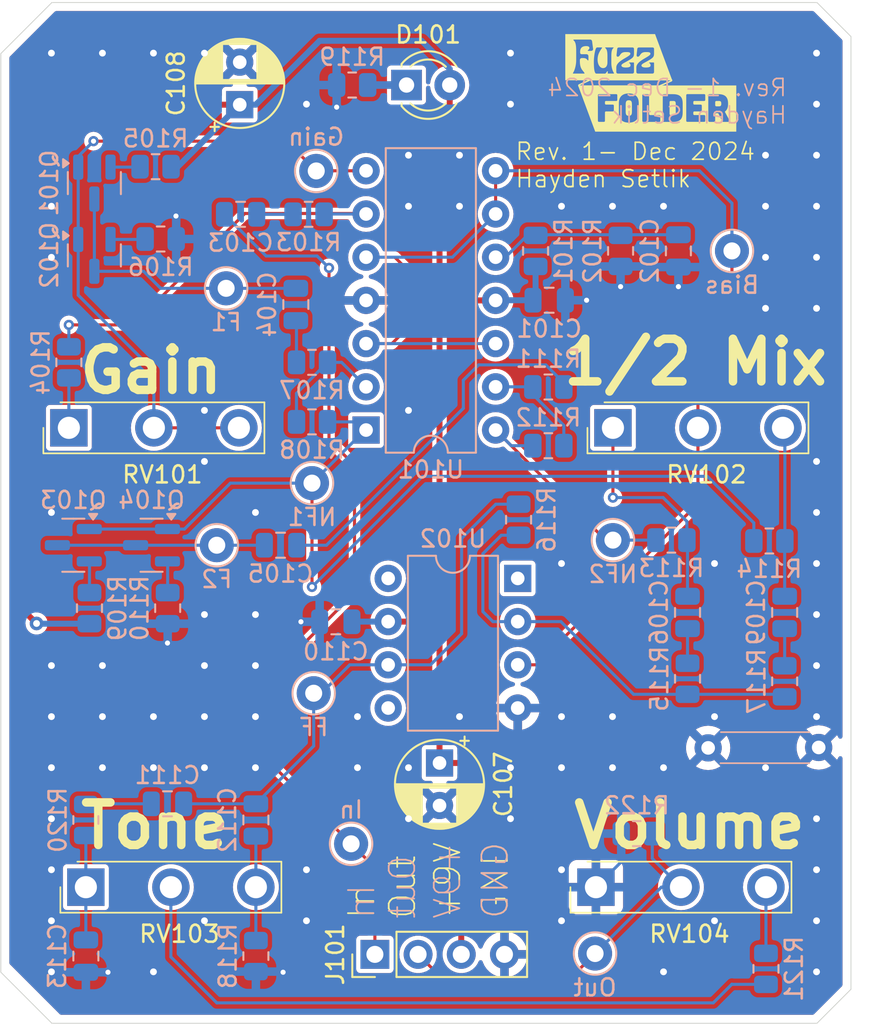
<source format=kicad_pcb>
(kicad_pcb (version 20240108) (generator "pcbnew") (generator_version "8.0")
  (layers (0 "F.Cu" signal) (1 "In1.Cu" signal) (2 "In2.Cu" signal) (31 "B.Cu" signal) (34 "B.Paste" user) (35 "F.Paste" user) (36 "B.SilkS" user "B.Silkscreen") (37 "F.SilkS" user "F.Silkscreen") (38 "B.Mask" user) (39 "F.Mask" user) (44 "Edge.Cuts" user))
  (net 0 "")
  (net 1 "GND")
  (net 2 "+9V")
  (net 3 "Net-(C103-Pad2)")
  (net 4 "FX_IN")
  (net 5 "Net-(C104-Pad2)")
  (net 6 "/Fold1")
  (net 7 "Net-(C105-Pad2)")
  (net 8 "/Fold2")
  (net 9 "Net-(C106-Pad2)")
  (net 10 "Net-(C106-Pad1)")
  (net 11 "Net-(C109-Pad2)")
  (net 12 "Net-(C109-Pad1)")
  (net 13 "Net-(C111-Pad2)")
  (net 14 "/FullFold")
  (net 15 "/HP")
  (net 16 "/LP")
  (net 17 "Net-(D101-K)")
  (net 18 "FX_OUT")
  (net 19 "/vGain")
  (net 20 "Net-(Q101-E)")
  (net 21 "Net-(Q102-E)")
  (net 22 "Net-(Q103-E)")
  (net 23 "/NFold1")
  (net 24 "Net-(Q104-E)")
  (net 25 "Net-(U101B--)")
  (net 26 "Net-(R104-Pad2)")
  (net 27 "Net-(U101D--)")
  (net 28 "/NFold2")
  (net 29 "Net-(U102--)")
  (net 30 "Net-(R121-Pad2)")
  (net 31 "Net-(R121-Pad1)")
  (net 32 "/Bias")
  (net 36 "Net-(U101C-+)")
  (net 37 "Net-(U101A--)")
  (footprint "Symbol:VAL_LABEL_1.5mm_DOUBLE" (layer "F.Cu") (at 22.6 53.95 90)
    (property "Reference" "REF**")
    (property "Value" "In")
  )
  (footprint "LED_THT:LED_D3.0mm" (layer "F.Cu") (at 23.86 4.85)
    (property "Reference" "D101")
    (property "Value" "LED")
  )
  (footprint "Potentiometer_THT:Potentiometer_Alpha_RV16AF_42_VeryLong" (layer "F.Cu") (at 4 25)
    (property "Reference" "RV101")
    (property "Value" "10kB")
  )
  (footprint "Connector_PinHeader_2.54mm:PinHeader_1x04_P2.54mm_Vertical" (layer "F.Cu") (at 22 55.95 90)
    (property "Reference" "J101")
    (property "Value" "PWR")
  )
  (footprint "Potentiometer_THT:Potentiometer_Alpha_RV16AF_42_VeryLong" (layer "F.Cu") (at 5 52)
    (property "Reference" "RV103")
    (property "Value" "10kB")
  )
  (footprint "Symbol:VAL_LABEL_1.5mm_DOUBLE" (layer "F.Cu") (at 27.65 53.95 90)
    (property "Reference" "REF**")
    (property "Value" "+9V")
  )
  (footprint "Capacitor_THT:CP_Radial_D5.0mm_P2.50mm" (layer "F.Cu") (at 25.8 44.7 -90)
    (property "Reference" "C107")
    (property "Value" "10u")
  )
  (footprint "Symbol:VAL_LABEL_1.5mm_DOUBLE" (layer "F.Cu") (at 25 53.95 90)
    (property "Reference" "REF**")
    (property "Value" "Out")
  )
  (footprint "Potentiometer_THT:Potentiometer_Alpha_RV16AF_42_VeryLong" (layer "F.Cu") (at 36 25)
    (property "Reference" "RV102")
    (property "Value" "10kB")
  )
  (footprint "Potentiometer_THT:Potentiometer_Alpha_RV16AF_42_VeryLong" (layer "F.Cu") (at 35 52)
    (property "Reference" "RV104")
    (property "Value" "100kA")
  )
  (footprint "Capacitor_THT:CP_Radial_D5.0mm_P2.50mm" (layer "F.Cu") (at 14.05 6.005112 90)
    (property "Reference" "C108")
    (property "Value" "100u")
  )
  (footprint "Symbol:VAL_LABEL_1.5mm_DOUBLE" (layer "F.Cu") (at 30.45 53.95 90)
    (property "Reference" "REF**")
    (property "Value" "GND")
  )
  (footprint "Capacitor_SMD:C_0805_2012Metric" (layer "B.Cu") (at 5 56.05 -90)
    (property "Reference" "C113")
    (property "Value" "100n")
  )
  (footprint "Resistor_SMD:R_0805_2012Metric" (layer "B.Cu") (at 45.2 31.65)
    (property "Reference" "R114")
    (property "Value" "4k7")
  )
  (footprint "Resistor_SMD:R_0805_2012Metric" (layer "B.Cu") (at 15 56.05 -90)
    (property "Reference" "R118")
    (property "Value" "1k2")
  )
  (footprint "Resistor_SMD:R_0805_2012Metric" (layer "B.Cu") (at 40.3875 39.75 -90)
    (property "Reference" "R115")
    (property "Value" "100k")
  )
  (footprint "Package_TO_SOT_SMD:SOT-23" (layer "B.Cu") (at 4.2625 31.9 180)
    (property "Reference" "Q103")
    (property "Value" "BC857")
  )
  (footprint "Resistor_SMD:R_0805_2012Metric" (layer "B.Cu") (at 18.3 24.65)
    (property "Reference" "R108")
    (property "Value" "100k")
  )
  (footprint "TestPoint:TestPoint_THTPad_D2.0mm_Drill1.0mm_VAL" (layer "B.Cu") (at 18.55 9.9)
    (property "Reference" "TP102" (hide yes))
    (property "Value" "Gain")
  )
  (footprint "Resistor_SMD:R_0805_2012Metric" (layer "B.Cu") (at 32.2 22.6 180)
    (property "Reference" "R111")
    (property "Value" "100k")
  )
  (footprint "Resistor_SMD:R_0805_2012Metric" (layer "B.Cu") (at 32.2 26.05 180)
    (property "Reference" "R112")
    (property "Value" "100k")
  )
  (footprint "Resistor_SMD:R_0805_2012Metric" (layer "B.Cu") (at 18.1 12.45)
    (property "Reference" "R103")
    (property "Value" "3k3")
  )
  (footprint "Resistor_SMD:R_0805_2012Metric" (layer "B.Cu") (at 5 48.05 -90)
    (property "Reference" "R120")
    (property "Value" "6k8")
  )
  (footprint "TestPoint:TestPoint_THTPad_D2.0mm_Drill1.0mm_VAL" (layer "B.Cu") (at 12.7 31.9 180)
    (property "Reference" "TP107" (hide yes))
    (property "Value" "F2")
  )
  (footprint "Package_TO_SOT_SMD:SOT-23" (layer "B.Cu") (at 8.8625 31.9 180)
    (property "Reference" "Q104")
    (property "Value" "BC847")
  )
  (footprint "Capacitor_SMD:C_0805_2012Metric" (layer "B.Cu") (at 14.1 12.45)
    (property "Reference" "C103")
    (property "Value" "1u")
  )
  (footprint "Resistor_SMD:R_0805_2012Metric" (layer "B.Cu") (at 5.2125 35.6 90)
    (property "Reference" "R109")
    (property "Value" "15k")
  )
  (footprint "Resistor_SMD:R_0805_2012Metric" (layer "B.Cu") (at 36.45 14.6 -90)
    (property "Reference" "R102")
    (property "Value" "100k")
  )
  (footprint "Connector:THT_GND_WIRE" (layer "B.Cu") (at 45.025 43.8125)
    (property "Reference" "J102" (hide yes))
    (property "Value" "ScopeGroundLoop")
  )
  (footprint "Resistor_SMD:R_0805_2012Metric" (layer "B.Cu") (at 45 56.8 90)
    (property "Reference" "R121")
    (property "Value" "470")
  )
  (footprint "Capacitor_SMD:C_0805_2012Metric" (layer "B.Cu") (at 16.45 31.9)
    (property "Reference" "C105")
    (property "Value" "1u")
  )
  (footprint "Resistor_SMD:R_0805_2012Metric" (layer "B.Cu") (at 9.8125 35.6 -90)
    (property "Reference" "R110")
    (property "Value" "15k")
  )
  (footprint "Capacitor_SMD:C_0805_2012Metric" (layer "B.Cu") (at 46.1 35.85 -90)
    (property "Reference" "C109")
    (property "Value" "1u")
  )
  (footprint "Resistor_SMD:R_0805_2012Metric" (layer "B.Cu") (at 18.3 21.15)
    (property "Reference" "R107")
    (property "Value" "100k")
  )
  (footprint "Resistor_SMD:R_0805_2012Metric" (layer "B.Cu") (at 4 21.15 -90)
    (property "Reference" "R104")
    (property "Value" "1k")
  )
  (footprint "Package_TO_SOT_SMD:SOT-23" (layer "B.Cu") (at 5.5 14.862499 -90)
    (property "Reference" "Q102")
    (property "Value" "BC847")
  )
  (footprint "TestPoint:TestPoint_THTPad_D2.0mm_Drill1.0mm_VAL" (layer "B.Cu") (at 13.25 16.8 180)
    (property "Reference" "TP105" (hide yes))
    (property "Value" "F1")
  )
  (footprint "TestPoint:TestPoint_THTPad_D2.0mm_Drill1.0mm_VAL" (layer "B.Cu") (at 36 31.6 180)
    (property "Reference" "TP108" (hide yes))
    (property "Value" "NF2")
  )
  (footprint "Resistor_SMD:R_0805_2012Metric" (layer "B.Cu") (at 31.45 14.6 90)
    (property "Reference" "R101")
    (property "Value" "100k")
  )
  (footprint "Resistor_SMD:R_0805_2012Metric" (layer "B.Cu") (at 30.45 30.4 90)
    (property "Reference" "R116")
    (property "Value" "100k")
  )
  (footprint "Capacitor_SMD:C_0805_2012Metric" (layer "B.Cu") (at 15 48.05 -90)
    (property "Reference" "C112")
    (property "Value" "100n")
  )
  (footprint "Package_TO_SOT_SMD:SOT-23" (layer "B.Cu") (at 5.5 10.612499 -90)
    (property "Reference" "Q101")
    (property "Value" "BC857")
  )
  (footprint "Capacitor_SMD:C_0805_2012Metric" (layer "B.Cu") (at 39.85 14.6 -90)
    (property "Reference" "C102")
    (property "Value" "10u")
  )
  (footprint "Resistor_SMD:R_0805_2012Metric" (layer "B.Cu") (at 46.1 39.9 -90)
    (property "Reference" "R117")
    (property "Value" "100k")
  )
  (footprint "TestPoint:TestPoint_THTPad_D2.0mm_Drill1.0mm_VAL" (layer "B.Cu") (at 34.95 55.9 180)
    (property "Reference" "TP104" (hide yes))
    (property "Value" "Out")
  )
  (footprint "TestPoint:TestPoint_THTPad_D2.0mm_Drill1.0mm_VAL" (layer "B.Cu") (at 18.3 28.25 180)
    (property "Reference" "TP106" (hide yes))
    (property "Value" "NF1")
  )
  (footprint "Resistor_SMD:R_0805_2012Metric" (layer "B.Cu") (at 9.1 9.65 180)
    (property "Reference" "R105")
    (property "Value" "15k")
  )
  (footprint "Resistor_SMD:R_0805_2012Metric" (layer "B.Cu") (at 37.4 48.85 180)
    (property "Reference" "R122")
    (property "Value" "100k")
  )
  (footprint "Capacitor_SMD:C_0805_2012Metric" (layer "B.Cu") (at 32.25 17.5)
    (property "Reference" "C101")
    (property "Value" "100n")
  )
  (footprint "Package_DIP:DIP-8_W7.62mm" (layer "B.Cu") (at 30.4 33.85 180)
    (property "Reference" "U102")
    (property "Value" "LM741")
  )
  (footprint "Resistor_SMD:R_0805_2012Metric" (layer "B.Cu") (at 9.4 13.9)
    (property "Reference" "R106")
    (property "Value" "15k")
  )
  (footprint "Resistor_SMD:R_0805_2012Metric" (layer "B.Cu") (at 39.4375 31.6)
    (property "Reference" "R113")
    (property "Value" "4k7")
  )
  (footprint "TestPoint:TestPoint_THTPad_D2.0mm_Drill1.0mm_VAL" (layer "B.Cu") (at 20.6 49.45)
    (property "Reference" "TP103" (hide yes))
    (property "Value" "In")
  )
  (footprint "Package_DIP:DIP-14_W7.62mm" (layer "B.Cu") (at 21.48 25.13)
    (property "Reference" "U101")
    (property "Value" "TL074")
  )
  (footprint "Capacitor_SMD:C_0805_2012Metric" (layer "B.Cu") (at 9.8 47.1 180)
    (property "Reference" "C111")
    (property "Value" "1u")
  )
  (footprint "Capacitor_SMD:C_0805_2012Metric" (layer "B.Cu") (at 40.3875 35.85 -90)
    (property "Reference" "C106")
    (property "Value" "1u")
  )
  (footprint "Capacitor_SMD:C_0805_2012Metric" (layer "B.Cu") (at 17.35 17.75 -90)
    (property "Reference" "C104")
    (property "Value" "1u")
  )
  (footprint "Resistor_SMD:R_0805_2012Metric" (layer "B.Cu") (at 20.6625 4.85 180)
    (property "Reference" "R119")
    (property "Value" "3k3")
  )
  (footprint "Capacitor_SMD:C_0805_2012Metric" (layer "B.Cu") (at 19.7 36.4 180)
    (property "Reference" "C110")
    (property "Value" "100n")
  )
  (footprint "TestPoint:TestPoint_THTPad_D2.0mm_Drill1.0mm_VAL" (layer "B.Cu") (at 43 14.6 180)
    (property "Reference" "TP101" (hide yes))
    (property "Value" "Bias")
  )
  (footprint "TestPoint:TestPoint_THTPad_D2.0mm_Drill1.0mm_VAL" (layer "B.Cu") (at 18.4 40.6 180)
    (property "Reference" "TP109" (hide yes))
    (property "Value" "FF")
  )
  (gr_poly (pts (xy 39.546377 5.785824) (xy 39.565276 5.78654) (xy 39.582883 5.787938) (xy 39.599195 5.790186) (xy 39.606865 5.791681) (xy 39.61421 5.793451) (xy 39.621232 5.795517) (xy 39.627929 5.7979) (xy 39.634301 5.800621) (xy 39.640348 5.803702) (xy 39.64607 5.807161) (xy 39.651466 5.811022) (xy 39.656537 5.815304) (xy 39.661282 5.820029) (xy 39.665702 5.825218) (xy 39.669795 5.830891) (xy 39.673562 5.837069) (xy 39.677002 5.843774) (xy 39.680115 5.851025) (xy 39.682902 5.858845) (xy 39.685361 5.867255) (xy 39.687494 5.876274) (xy 39.689298 5.885924) (xy 39.690775 5.896226) (xy 39.691924 5.907201) (xy 39.692745 5.91887) (xy 39.693238 5.931253) (xy 39.693402 5.944372) (xy 39.693402 6.456605) (xy 39.693241 6.469352) (xy 39.692757 6.48141) (xy 39.69195 6.492799) (xy 39.690819 6.503536) (xy 39.689364 6.513641) (xy 39.687584 6.523132) (xy 39.68548 6.532027) (xy 39.683051 6.540346) (xy 39.680296 6.548107) (xy 39.677215 6.555328) (xy 39.673808 6.562029) (xy 39.670074 6.568227) (xy 39.666013 6.573941) (xy 39.661624 6.57919) (xy 39.656908 6.583993) (xy 39.651863 6.588368) (xy 39.64649 6.592334) (xy 39.640787 6.595909) (xy 39.634755 6.599112) (xy 39.628394 6.601961) (xy 39.621702 6.604476) (xy 39.614679 6.606674) (xy 39.607326 6.608575) (xy 39.599641 6.610196) (xy 39.583276 6.612677) (xy 39.56558 6.614264) (xy 39.546551 6.615108) (xy 39.526186 6.615356) (xy 39.400245 6.615356) (xy 39.396133 6.615281) (xy 39.392135 6.61506) (xy 39.388251 6.614691) (xy 39.384481 6.614177) (xy 39.380828 6.61352) (xy 39.377292 6.612719) (xy 39.373875 6.611776) (xy 39.370578 6.610692) (xy 39.367402 6.609469) (xy 39.364347 6.608108) (xy 39.361416 6.606609) (xy 39.35861 6.604975) (xy 39.355929 6.603205) (xy 39.353374 6.601302) (xy 39.350948 6.599266) (xy 39.348651 6.597099) (xy 39.346484 6.594802) (xy 39.344448 6.592376) (xy 39.342545 6.589821) (xy 39.340775 6.58714) (xy 39.339141 6.584334) (xy 39.337642 6.581403) (xy 39.336281 6.578348) (xy 39.335058 6.575172) (xy 39.333974 6.571875) (xy 39.333031 6.568458) (xy 39.332231 6.564922) (xy 39.331573 6.561269) (xy 39.331059 6.5575) (xy 39.33069 6.553615) (xy 39.330469 6.549617) (xy 39.330394 6.545505) (xy 39.330394 5.856531) (xy 39.330469 5.852233) (xy 39.33069 5.848072) (xy 39.331059 5.844048) (xy 39.331573 5.84016) (xy 39.332231 5.836408) (xy 39.333031 5.832793) (xy 39.333974 5.829314) (xy 39.335058 5.825971) (xy 39.336281 5.822765) (xy 39.337642 5.819696) (xy 39.339141 5.816763) (xy 39.340775 5.813966) (xy 39.342545 5.811306) (xy 39.344448 5.808782) (xy 39.346484 5.806394) (xy 39.348651 5.804143) (xy 39.350948 5.802029) (xy 39.353374 5.80005) (xy 39.355929 5.798209) (xy 39.35861 5.796503) (xy 39.361416 5.794934) (xy 39.364347 5.793502) (xy 39.367402 5.792206) (xy 39.370578 5.791046) (xy 39.373875 5.790023) (xy 39.377292 5.789136) (xy 39.380828 5.788386) (xy 39.384481 5.787772) (xy 39.388251 5.787294) (xy 39.392135 5.786953) (xy 39.396133 5.786749) (xy 39.400245 5.786681) (xy 39.526186 5.786681) (xy 39.526186 5.785622)) (stroke (width -0.000001)) (fill solid) (layer "F.SilkS"))
  (gr_poly (pts (xy 43.254694 7.591139) (xy 34.957361 7.591139) (xy 34.163334 5.455422) (xy 35.115053 5.455422) (xy 35.115053 6.945555) (xy 35.115127 6.949667) (xy 35.115349 6.953665) (xy 35.115717 6.957549) (xy 35.116231 6.961319) (xy 35.116889 6.964972) (xy 35.11769 6.968507) (xy 35.118633 6.971924) (xy 35.119716 6.975222) (xy 35.120939 6.978398) (xy 35.122301 6.981452) (xy 35.123799 6.984383) (xy 35.125434 6.98719) (xy 35.127203 6.989871) (xy 35.129106 6.992425) (xy 35.131142 6.994852) (xy 35.133309 6.997149) (xy 35.135607 6.999316) (xy 35.138033 7.001352) (xy 35.140587 7.003255) (xy 35.143268 7.005024) (xy 35.146075 7.006659) (xy 35.149006 7.008158) (xy 35.15206 7.009519) (xy 35.155237 7.010742) (xy 35.158534 7.011825) (xy 35.161951 7.012768) (xy 35.165487 7.013569) (xy 35.16914 7.014227) (xy 35.172909 7.014741) (xy 35.176793 7.015109) (xy 35.180792 7.015331) (xy 35.184903 7.015405) (xy 35.46007 7.015405) (xy 35.464367 7.015331) (xy 35.468528 7.015109) (xy 35.472553 7.014741) (xy 35.476441 7.014227) (xy 35.480193 7.013569) (xy 35.483808 7.012768) (xy 35.487287 7.011825) (xy 35.490629 7.010742) (xy 35.493835 7.009519) (xy 35.496905 7.008158) (xy 35.499838 7.006659) (xy 35.502635 7.005024) (xy 35.505295 7.003255) (xy 35.507819 7.001352) (xy 35.510206 6.999316) (xy 35.512457 6.997149) (xy 35.514572 6.994852) (xy 35.51655 6.992425) (xy 35.518392 6.989871) (xy 35.520097 6.98719) (xy 35.521666 6.984383) (xy 35.523098 6.981452) (xy 35.524394 6.978398) (xy 35.525554 6.975222) (xy 35.526577 6.971924) (xy 35.527464 6.968507) (xy 35.528214 6.964972) (xy 35.528828 6.961319) (xy 35.529306 6.957549) (xy 35.529647 6.953665) (xy 35.529851 6.949667) (xy 35.52992 6.945555) (xy 35.52992 6.470364) (xy 35.529994 6.466067) (xy 35.530216 6.461906) (xy 35.530584 6.457881) (xy 35.531098 6.453993) (xy 35.531756 6.450241) (xy 35.532557 6.446626) (xy 35.533499 6.443147) (xy 35.534583 6.439805) (xy 35.535806 6.436599) (xy 35.537167 6.433529) (xy 35.538666 6.430596) (xy 35.5403 6.427799) (xy 35.54207 6.425139) (xy 35.543973 6.422615) (xy 35.546009 6.420228) (xy 35.548176 6.417976) (xy 35.550473 6.415862) (xy 35.5529 6.413884) (xy 35.555454 6.412042) (xy 35.558135 6.410337) (xy 35.560942 6.408768) (xy 35.563873 6.407335) (xy 35.566927 6.406039) (xy 35.570103 6.404879) (xy 35.5734 6.403856) (xy 35.576818 6.40297) (xy 35.580353 6.402219) (xy 35.584006 6.401605) (xy 35.587776 6.401128) (xy 35.59166 6.400787) (xy 35.595658 6.400582) (xy 35.59977 6.400514) (xy 35.983945 6.400514) (xy 35.988242 6.40044) (xy 35.992403 6.400218) (xy 35.996428 6.399849) (xy 36.000316 6.399336) (xy 36.004068 6.398678) (xy 36.007683 6.397877) (xy 36.011162 6.396934) (xy 36.014504 6.39585) (xy 36.01771 6.394628) (xy 36.02078 6.393266) (xy 36.023713 6.391768) (xy 36.02651 6.390133) (xy 36.02917 6.388364) (xy 36.031694 6.38646) (xy 36.034081 6.384425) (xy 36.036332 6.382258) (xy 36.038447 6.37996) (xy 36.040425 6.377534) (xy 36.042267 6.374979) (xy 36.043972 6.372298) (xy 36.045541 6.369492) (xy 36.046973 6.366561) (xy 36.048269 6.363507) (xy 36.049429 6.36033) (xy 36.050452 6.357033) (xy 36.051339 6.353616) (xy 36.052089 6.35008) (xy 36.052703 6.346427) (xy 36.053181 6.342658) (xy 36.053522 6.338774) (xy 36.053726 6.334775) (xy 36.053795 6.330664) (xy 36.053795 6.070314) (xy 36.053726 6.066017) (xy 36.053522 6.061856) (xy 36.053181 6.057831) (xy 36.052703 6.053943) (xy 36.052089 6.050191) (xy 36.051339 6.046576) (xy 36.050452 6.043097) (xy 36.049429 6.039755) (xy 36.048269 6.036549) (xy 36.046973 6.033479) (xy 36.045541 6.030546) (xy 36.043972 6.027749) (xy 36.042267 6.025089) (xy 36.040425 6.022565) (xy 36.038447 6.020178) (xy 36.036332 6.017927) (xy 36.034081 6.015812) (xy 36.031694 6.013834) (xy 36.02917 6.011992) (xy 36.02651 6.010287) (xy 36.023713 6.008718) (xy 36.02078 6.007286) (xy 36.01771 6.005989) (xy 36.014504 6.00483) (xy 36.011162 6.003807) (xy 36.007683 6.00292) (xy 36.004068 6.00217) (xy 36.000316 6.001556) (xy 35.996428 6.001078) (xy 35.992403 6.000737) (xy 35.988242 6.000532) (xy 35.983945 6.000464) (xy 35.59977 6.000464) (xy 35.595658 6.00039) (xy 35.59166 6.000168) (xy 35.587776 5.9998) (xy 35.584006 5.999286) (xy 35.580353 5.998628) (xy 35.576818 5.997827) (xy 35.5734 5.996884) (xy 35.570103 5.995801) (xy 35.566927 5.994578) (xy 35.563873 5.993217) (xy 35.560942 5.991718) (xy 35.558135 5.990083) (xy 35.555454 5.988314) (xy 35.5529 5.986411) (xy 35.550473 5.984375) (xy 35.548176 5.982208) (xy 35.546009 5.979911) (xy 35.543973 5.977484) (xy 35.54207 5.97493) (xy 35.5403 5.972249) (xy 35.538666 5.969442) (xy 35.537167 5.966511) (xy 35.535806 5.963457) (xy 35.534583 5.96028) (xy 35.533499 5.956983) (xy 35.532557 5.953566) (xy 35.531756 5.950031) (xy 35.531098 5.946377) (xy 35.530584 5.942608) (xy 35.530216 5.938724) (xy 35.529994 5.934725) (xy 35.52992 5.930614) (xy 35.52992 5.910506) (xy 36.349069 5.910506) (xy 36.349069 6.492589) (xy 36.349572 6.524411) (xy 36.351556 6.561282) (xy 36.355732 6.60222) (xy 36.362811 6.646246) (xy 36.373506 6.692381) (xy 36.388528 6.739644) (xy 36.397883 6.763392) (xy 36.408588 6.787056) (xy 36.420729 6.810512) (xy 36.434398 6.833637) (xy 36.449681 6.85631) (xy 36.466669 6.878407) (xy 36.485451 6.899807) (xy 36.506114 6.920387) (xy 36.528749 6.940025) (xy 36.553444 6.958597) (xy 36.580288 6.975982) (xy 36.60937 6.992056) (xy 36.640779 7.006699) (xy 36.674604 7.019786) (xy 36.710934 7.031196) (xy 36.749857 7.040806) (xy 36.791464 7.048493) (xy 36.835842 7.054136) (xy 36.883081 7.057612) (xy 36.93327 7.058797) (xy 36.983458 7.057609) (xy 37.030697 7.054125) (xy 37.075075 7.048468) (xy 37.116682 7.040762) (xy 37.155605 7.03113) (xy 37.191935 7.019695) (xy 37.22576 7.00658) (xy 37.257169 6.991907) (xy 37.286251 6.975801) (xy 37.313095 6.958384) (xy 37.33779 6.939778) (xy 37.360425 6.920108) (xy 37.381088 6.899496) (xy 37.39987 6.878066) (xy 37.416858 6.855939) (xy 37.432141 6.83324) (xy 37.44581 6.810092) (xy 37.457951 6.786616) (xy 37.468656 6.762938) (xy 37.478011 6.739179) (xy 37.493033 6.691912) (xy 37.503728 6.645799) (xy 37.510807 6.601827) (xy 37.514983 6.560978) (xy 37.516966 6.524237) (xy 37.517469 6.492589) (xy 37.517469 5.910506) (xy 37.516966 5.878684) (xy 37.514983 5.841814) (xy 37.510807 5.800876) (xy 37.503728 5.756849) (xy 37.493033 5.710715) (xy 37.478011 5.663451) (xy 37.468656 5.639703) (xy 37.457951 5.616039) (xy 37.44581 5.592584) (xy 37.432141 5.569458) (xy 37.416858 5.546785) (xy 37.39987 5.524688) (xy 37.381089 5.503288) (xy 37.360425 5.482708) (xy 37.33779 5.463071) (xy 37.329027 5.45648) (xy 37.72702 5.45648) (xy 37.72702 6.946614) (xy 37.727094 6.950725) (xy 37.727316 6.954724) (xy 37.727684 6.958608) (xy 37.728198 6.962377) (xy 37.728856 6.96603) (xy 37.729657 6.969566) (xy 37.7306 6.972983) (xy 37.731683 6.97628) (xy 37.732906 6.979457) (xy 37.734268 6.982511) (xy 37.735766 6.985442) (xy 37.737401 6.988248) (xy 37.73917 6.990929) (xy 37.741073 6.993484) (xy 37.743109 6.99591) (xy 37.745276 6.998208) (xy 37.747574 7.000375) (xy 37.75 7.00241) (xy 37.752554 7.004314) (xy 37.755235 7.006083) (xy 37.758042 7.007718) (xy 37.760973 7.009216) (xy 37.764027 7.010578) (xy 37.767203 7.011801) (xy 37.770501 7.012884) (xy 37.773918 7.013827) (xy 37.777453 7.014628) (xy 37.781106 7.015286) (xy 37.784876 7.015799) (xy 37.78876 7.016168) (xy 37.792759 7.01639) (xy 37.79687 7.016464) (xy 38.716561 7.016464) (xy 38.720859 7.016396) (xy 38.725019 7.016191) (xy 38.729044 7.01585) (xy 38.732932 7.015372) (xy 38.736684 7.014758) (xy 38.740299 7.014008) (xy 38.743778 7.013121) (xy 38.74712 7.012098) (xy 38.750326 7.010939) (xy 38.753396 7.009643) (xy 38.756329 7.00821) (xy 38.759126 7.006641) (xy 38.761786 7.004936) (xy 38.76431 7.003094) (xy 38.766698 7.001116) (xy 38.768949 6.999001) (xy 38.771063 6.99675) (xy 38.773041 6.994363) (xy 38.774883 6.991839) (xy 38.776589 6.989179) (xy 38.778157 6.986382) (xy 38.77959 6.983449) (xy 38.780886 6.980379) (xy 38.782046 6.977173) (xy 38.783069 6.973831) (xy 38.783956 6.970352) (xy 38.784706 6.966737) (xy 38.78532 6.962985) (xy 38.785797 6.959097) (xy 38.786138 6.955072) (xy 38.786343 6.950911) (xy 38.786411 6.946614) (xy 38.786411 6.686264) (xy 38.786343 6.681966) (xy 38.786138 6.677805) (xy 38.785797 6.673781) (xy 38.78532 6.669893) (xy 38.784706 6.666141) (xy 38.783956 6.662526) (xy 38.783069 6.659047) (xy 38.782046 6.655704) (xy 38.780886 6.652498) (xy 38.77959 6.649429) (xy 38.778157 6.646496) (xy 38.776589 6.643699) (xy 38.774883 6.641039) (xy 38.773041 6.638515) (xy 38.771063 6.636127) (xy 38.768949 6.633876) (xy 38.766698 6.631762) (xy 38.76431 6.629783) (xy 38.761786 6.627942) (xy 38.759126 6.626236) (xy 38.756329 6.624667) (xy 38.753396 6.623235) (xy 38.750326 6.621939) (xy 38.74712 6.620779) (xy 38.743778 6.619756) (xy 38.740299 6.618869) (xy 38.736684 6.618119) (xy 38.732932 6.617505) (xy 38.729044 6.617027) (xy 38.725019 6.616686) (xy 38.720859 6.616482) (xy 38.716561 6.616413) (xy 38.19692 6.616413) (xy 38.192808 6.616339) (xy 38.18881 6.616117) (xy 38.184926 6.615749) (xy 38.181156 6.615235) (xy 38.177503 6.614577) (xy 38.173968 6.613776) (xy 38.170551 6.612834) (xy 38.167253 6.61175) (xy 38.164077 6.610527) (xy 38.161023 6.609166) (xy 38.158092 6.607667) (xy 38.155285 6.606033) (xy 38.152604 6.604263) (xy 38.15005 6.60236) (xy 38.147623 6.600324) (xy 38.145326 6.598157) (xy 38.143159 6.59586) (xy 38.141123 6.593433) (xy 38.13922 6.590879) (xy 38.13745 6.588198) (xy 38.135816 6.585392) (xy 38.134317 6.58246) (xy 38.132956 6.579406) (xy 38.131733 6.57623) (xy 38.130649 6.572933) (xy 38.129707 6.569516) (xy 38.128906 6.56598) (xy 38.128248 6.562327) (xy 38.127734 6.558558) (xy 38.127366 6.554673) (xy 38.127144 6.550675) (xy 38.127069 6.546564) (xy 38.127069 5.458597) (xy 38.930344 5.458597) (xy 38.930344 6.946614) (xy 38.930418 6.950725) (xy 38.93064 6.954724) (xy 38.931009 6.958608) (xy 38.931522 6.962377) (xy 38.93218 6.96603) (xy 38.932981 6.969566) (xy 38.933924 6.972983) (xy 38.935007 6.97628) (xy 38.93623 6.979457) (xy 38.937592 6.982511) (xy 38.93909 6.985442) (xy 38.940725 6.988248) (xy 38.942494 6.990929) (xy 38.944397 6.993484) (xy 38.946433 6.99591) (xy 38.9486 6.998208) (xy 38.950898 7.000375) (xy 38.953324 7.00241) (xy 38.955878 7.004314) (xy 38.958559 7.006083) (xy 38.961366 7.007718) (xy 38.964297 7.009216) (xy 38.967351 7.010578) (xy 38.970528 7.011801) (xy 38.973825 7.012884) (xy 38.977242 7.013827) (xy 38.980778 7.014628) (xy 38.984431 7.015286) (xy 38.9882 7.015799) (xy 38.992085 7.016168) (xy 38.996083 7.01639) (xy 39.000194 7.016464) (xy 39.519836 7.016464) (xy 39.598578 7.014362) (xy 39.635431 7.011728) (xy 39.670644 7.008032) (xy 39.704243 7.003271) (xy 39.736255 6.997439) (xy 39.766708 6.990533) (xy 39.795631 6.982548) (xy 39.823049 6.973478) (xy 39.848991 6.963321) (xy 39.873485 6.952071) (xy 39.896557 6.939724) (xy 39.918235 6.926276) (xy 39.938548 6.911722) (xy 39.957521 6.896057) (xy 39.975184 6.879277) (xy 39.991562 6.861379) (xy 40.006685 6.842356) (xy 40.020579 6.822205) (xy 40.033272 6.800922) (xy 40.044791 6.778501) (xy 40.055165 6.754939) (xy 40.06442 6.73023) (xy 40.072583 6.704371) (xy 40.079684 6.677358) (xy 40.085748 6.649184) (xy 40.090804 6.619847) (xy 40.094879 6.589342) (xy 40.100196 6.524808) (xy 40.101919 6.455547) (xy 40.101919 5.94543) (xy 40.100196 5.876193) (xy 40.094879 5.811727) (xy 40.085748 5.751989) (xy 40.079684 5.72388) (xy 40.072583 5.696937) (xy 40.06442 5.671156) (xy 40.055165 5.64653) (xy 40.044791 5.623055) (xy 40.033272 5.600726) (xy 40.020579 5.579537) (xy 40.006685 5.559483) (xy 39.991562 5.540558) (xy 39.975184 5.522759) (xy 39.957521 5.506078) (xy 39.938548 5.490512) (xy 39.918235 5.476054) (xy 39.896557 5.4627) (xy 39.880863 5.454364) (xy 40.311469 5.454364) (xy 40.311469 6.944497) (xy 40.311543 6.948608) (xy 40.311765 6.952607) (xy 40.312133 6.956491) (xy 40.312647 6.960261) (xy 40.313305 6.963914) (xy 40.314106 6.967449) (xy 40.315049 6.970866) (xy 40.316132 6.974163) (xy 40.317355 6.97734) (xy 40.318717 6.980394) (xy 40.320215 6.983325) (xy 40.32185 6.986132) (xy 40.323619 6.988813) (xy 40.325522 6.991367) (xy 40.327558 6.993793) (xy 40.329725 6.996091) (xy 40.332023 6.998258) (xy 40.334449 7.000294) (xy 40.337003 7.002197) (xy 40.339685 7.003966) (xy 40.342491 7.005601) (xy 40.345422 7.007099) (xy 40.348476 7.008461) (xy 40.351653 7.009684) (xy 40.35495 7.010767) (xy 40.358367 7.01171) (xy 40.361903 7.012511) (xy 40.365556 7.013169) (xy 40.369325 7.013683) (xy 40.37321 7.014051) (xy 40.377208 7.014273) (xy 40.381319 7.014347) (xy 41.359219 7.014347) (xy 41.363516 7.014279) (xy 41.367677 7.014074) (xy 41.371702 7.013733) (xy 41.37559 7.013256) (xy 41.379342 7.012642) (xy 41.382957 7.011891) (xy 41.386436 7.011005) (xy 41.389778 7.009981) (xy 41.392984 7.008822) (xy 41.396054 7.007526) (xy 41.398987 7.006093) (xy 41.401784 7.004524) (xy 41.404444 7.002819) (xy 41.406968 7.000977) (xy 41.409356 6.998999) (xy 41.411607 6.996885) (xy 41.413721 6.994634) (xy 41.415699 6.992246) (xy 41.417541 6.989722) (xy 41.419246 6.987062) (xy 41.420815 6.984265) (xy 41.422248 6.981332) (xy 41.423544 6.978262) (xy 41.424704 6.975056) (xy 41.425727 6.971714) (xy 41.426613 6.968235) (xy 41.427364 6.96462) (xy 41.427978 6.960868) (xy 41.428455 6.95698) (xy 41.428796 6.952956) (xy 41.429001 6.948795) (xy 41.429069 6.944497) (xy 41.429069 6.684147) (xy 41.429001 6.67985) (xy 41.428796 6.675689) (xy 41.428455 6.671664) (xy 41.427978 6.667776) (xy 41.427364 6.664025) (xy 41.426613 6.660409) (xy 41.425727 6.65693) (xy 41.424704 6.653588) (xy 41.423544 6.650382) (xy 41.422248 6.647312) (xy 41.420815 6.644379) (xy 41.419246 6.641583) (xy 41.417541 6.638922) (xy 41.415699 6.636398) (xy 41.413721 6.634011) (xy 41.411607 6.63176) (xy 41.409356 6.629645) (xy 41.406968 6.627667) (xy 41.404444 6.625825) (xy 41.401784 6.62412) (xy 41.398987 6.622551) (xy 41.396054 6.621119) (xy 41.392984 6.619823) (xy 41.389778 6.618663) (xy 41.386436 6.61764) (xy 41.382957 6.616753) (xy 41.379342 6.616003) (xy 41.37559 6.615389) (xy 41.371702 6.614911) (xy 41.367677 6.61457) (xy 41.363516 6.614366) (xy 41.359219 6.614297) (xy 40.796186 6.614297) (xy 40.792074 6.614223) (xy 40.788076 6.614001) (xy 40.784191 6.613633) (xy 40.780422 6.613119) (xy 40.776769 6.612461) (xy 40.773233 6.61166) (xy 40.769816 6.610718) (xy 40.766519 6.609634) (xy 40.763342 6.608411) (xy 40.760288 6.60705) (xy 40.757357 6.605551) (xy 40.75455 6.603917) (xy 40.751869 6.602147) (xy 40.749315 6.600244) (xy 40.746888 6.598208) (xy 40.744591 6.596041) (xy 40.742424 6.593744) (xy 40.740388 6.591317) (xy 40.738485 6.588763) (xy 40.736716 6.586082) (xy 40.735081 6.583275) (xy 40.733582 6.580344) (xy 40.732221 6.57729) (xy 40.730998 6.574114) (xy 40.729915 6.570816) (xy 40.728972 6.567399) (xy 40.728171 6.563864) (xy 40.727513 6.560211) (xy 40.726999 6.556441) (xy 40.726631 6.552557) (xy 40.726409 6.548558) (xy 40.726335 6.544447) (xy 40.726335 6.470364) (xy 40.726409 6.466067) (xy 40.726631 6.461906) (xy 40.726999 6.457881) (xy 40.727513 6.453993) (xy 40.728171 6.450241) (xy 40.728972 6.446626) (xy 40.729915 6.443147) (xy 40.730998 6.439805) (xy 40.732221 6.436599) (xy 40.733583 6.433529) (xy 40.735081 6.430596) (xy 40.736716 6.427799) (xy 40.738485 6.425139) (xy 40.740388 6.422615) (xy 40.742424 6.420228) (xy 40.744591 6.417976) (xy 40.746889 6.415862) (xy 40.749315 6.413884) (xy 40.75187 6.412042) (xy 40.754551 6.410337) (xy 40.757357 6.408768) (xy 40.760288 6.407335) (xy 40.763343 6.406039) (xy 40.766519 6.404879) (xy 40.769816 6.403856) (xy 40.773233 6.40297) (xy 40.776769 6.402219) (xy 40.780422 6.401605) (xy 40.784192 6.401128) (xy 40.788076 6.400787) (xy 40.792074 6.400582) (xy 40.796186 6.400514) (xy 41.157077 6.400514) (xy 41.161375 6.40044) (xy 41.165536 6.400218) (xy 41.16956 6.399849) (xy 41.173449 6.399336) (xy 41.1772 6.398678) (xy 41.180816 6.397877) (xy 41.184294 6.396934) (xy 41.187637 6.39585) (xy 41.190843 6.394628) (xy 41.193912 6.393266) (xy 41.196846 6.391768) (xy 41.199642 6.390133) (xy 41.202303 6.388364) (xy 41.204827 6.38646) (xy 41.207214 6.384425) (xy 41.209465 6.382258) (xy 41.21158 6.37996) (xy 41.213558 6.377534) (xy 41.2154 6.374979) (xy 41.217105 6.372298) (xy 41.218674 6.369492) (xy 41.220106 6.366561) (xy 41.221402 6.363507) (xy 41.222562 6.36033) (xy 41.223585 6.357033) (xy 41.224472 6.353616) (xy 41.225222 6.35008) (xy 41.225836 6.346427) (xy 41.226314 6.342658) (xy 41.226655 6.338774) (xy 41.226859 6.334775) (xy 41.226928 6.330664) (xy 41.226928 6.070314) (xy 41.226859 6.066017) (xy 41.226655 6.061856) (xy 41.226314 6.057831) (xy 41.225836 6.053943) (xy 41.225222 6.050191) (xy 41.224472 6.046576) (xy 41.223585 6.043097) (xy 41.222562 6.039755) (xy 41.221402 6.036549) (xy 41.220106 6.033479) (xy 41.218674 6.030546) (xy 41.217105 6.027749) (xy 41.2154 6.025089) (xy 41.213558 6.022565) (xy 41.21158 6.020178) (xy 41.209465 6.017927) (xy 41.207214 6.015812) (xy 41.204827 6.013834) (xy 41.202303 6.011992) (xy 41.199642 6.010287) (xy 41.196846 6.008718) (xy 41.193912 6.007286) (xy 41.190843 6.005989) (xy 41.187637 6.00483) (xy 41.184294 6.003807) (xy 41.180816 6.00292) (xy 41.1772 6.00217) (xy 41.173449 6.001556) (xy 41.16956 6.001078) (xy 41.165536 6.000737) (xy 41.161375 6.000532) (xy 41.157077 6.000464) (xy 40.796186 6.000464) (xy 40.792074 6.00039) (xy 40.788076 6.000168) (xy 40.784191 5.9998) (xy 40.780422 5.999286) (xy 40.776769 5.998628) (xy 40.773233 5.997827) (xy 40.769816 5.996884) (xy 40.766519 5.995801) (xy 40.763342 5.994578) (xy 40.760288 5.993217) (xy 40.757357 5.991718) (xy 40.75455 5.990083) (xy 40.751869 5.988314) (xy 40.749315 5.986411) (xy 40.746888 5.984375) (xy 40.744591 5.982208) (xy 40.742424 5.979911) (xy 40.740388 5.977484) (xy 40.738485 5.97493) (xy 40.736716 5.972249) (xy 40.735081 5.969442) (xy 40.733582 5.966511) (xy 40.732221 5.963457) (xy 40.730998 5.96028) (xy 40.729915 5.956983) (xy 40.728972 5.953566) (xy 40.728171 5.950031) (xy 40.727513 5.946377) (xy 40.726999 5.942608) (xy 40.726631 5.938724) (xy 40.726409 5.934725) (xy 40.726335 5.930614) (xy 40.726335 5.856531) (xy 40.726409 5.852233) (xy 40.726631 5.848072) (xy 40.726999 5.844048) (xy 40.727513 5.84016) (xy 40.728171 5.836408) (xy 40.728972 5.832793) (xy 40.729915 5.829314) (xy 40.730998 5.825971) (xy 40.732221 5.822765) (xy 40.733583 5.819696) (xy 40.735081 5.816763) (xy 40.736716 5.813966) (xy 40.738485 5.811306) (xy 40.740388 5.808782) (xy 40.742424 5.806394) (xy 40.744591 5.804143) (xy 40.746889 5.802029) (xy 40.749315 5.80005) (xy 40.75187 5.798209) (xy 40.754551 5.796503) (xy 40.757357 5.794934) (xy 40.760288 5.793502) (xy 40.763343 5.792206) (xy 40.766519 5.791046) (xy 40.769816 5.790023) (xy 40.773233 5.789136) (xy 40.776769 5.788386) (xy 40.780422 5.787772) (xy 40.784192 5.787294) (xy 40.788076 5.786953) (xy 40.792074 5.786749) (xy 40.796186 5.786681) (xy 41.359219 5.786681) (xy 41.363516 5.786606) (xy 41.367677 5.786384) (xy 41.371702 5.786016) (xy 41.37559 5.785502) (xy 41.379342 5.784844) (xy 41.382957 5.784044) (xy 41.386436 5.783101) (xy 41.389778 5.782017) (xy 41.392984 5.780794) (xy 41.396054 5.779433) (xy 41.398987 5.777934) (xy 41.401784 5.7763) (xy 41.404444 5.77453) (xy 41.406968 5.772627) (xy 41.409356 5.770591) (xy 41.411607 5.768424) (xy 41.413721 5.766127) (xy 41.415699 5.763701) (xy 41.417541 5.761146) (xy 41.419246 5.758465) (xy 41.420815 5.755659) (xy 41.422248 5.752728) (xy 41.423544 5.749673) (xy 41.424704 5.746497) (xy 41.425727 5.7432) (xy 41.426613 5.739783) (xy 41.427364 5.736247) (xy 41.427978 5.732594) (xy 41.428455 5.728825) (xy 41.428796 5.72494) (xy 41.429001 5.720942) (xy 41.429069 5.716831) (xy 41.429069 5.458597) (xy 41.607927 5.458597) (xy 41.607927 6.944497) (xy 41.608013 6.948335) (xy 41.60827 6.952107) (xy 41.608694 6.95581) (xy 41.609283 6.95944) (xy 41.610032 6.962993) (xy 41.61094 6.966466) (xy 41.612003 6.969854) (xy 41.613218 6.973155) (xy 41.614582 6.976364) (xy 41.616091 6.979478) (xy 41.617744 6.982494) (xy 41.619535 6.985406) (xy 41.621463 6.988213) (xy 41.623525 6.99091) (xy 41.625716 6.993493) (xy 41.628035 6.995959) (xy 41.630478 6.998304) (xy 41.633041 7.000524) (xy 41.635723 7.002616) (xy 41.638519 7.004576) (xy 41.641427 7.006401) (xy 41.644443 7.008086) (xy 41.647565 7.009628) (xy 41.650789 7.011023) (xy 41.654113 7.012268) (xy 41.657532 7.013359) (xy 41.661045 7.014293) (xy 41.664647 7.015064) (xy 41.668336 7.015671) (xy 41.672109 7.016109) (xy 41.675963 7.016375) (xy 41.679894 7.016464) (xy 41.940243 7.016464) (xy 41.944081 7.016378) (xy 41.947853 7.016121) (xy 41.951556 7.015696) (xy 41.955186 7.015108) (xy 41.958739 7.014358) (xy 41.962212 7.01345) (xy 41.9656 7.012387) (xy 41.968901 7.011172) (xy 41.97211 7.009808) (xy 41.975224 7.008299) (xy 41.97824 7.006647) (xy 41.981153 7.004855) (xy 41.983959 7.002927) (xy 41.986656 7.000866) (xy 41.989239 6.998674) (xy 41.991705 6.996356) (xy 41.99405 6.993913) (xy 41.99627 6.991349) (xy 41.998362 6.988668) (xy 42.000323 6.985872) (xy 42.002147 6.982964) (xy 42.003832 6.979947) (xy 42.005374 6.976826) (xy 42.00677 6.973602) (xy 42.008015 6.970278) (xy 42.009106 6.966859) (xy 42.010039 6.963346) (xy 42.010811 6.959744) (xy 42.011418 6.956055) (xy 42.011856 6.952282) (xy 42.012121 6.948428) (xy 42.01221 6.944497) (xy 42.01221 6.576197) (xy 42.012297 6.572359) (xy 42.012554 6.568587) (xy 42.012978 6.564884) (xy 42.013566 6.561255) (xy 42.014316 6.557702) (xy 42.015224 6.554229) (xy 42.016287 6.55084) (xy 42.017502 6.54754) (xy 42.018866 6.54433) (xy 42.020375 6.541216) (xy 42.022027 6.538201) (xy 42.023819 6.535288) (xy 42.025747 6.532482) (xy 42.027808 6.529785) (xy 42.03 6.527202) (xy 42.032319 6.524736) (xy 42.034761 6.522391) (xy 42.037325 6.52017) (xy 42.040006 6.518078) (xy 42.042803 6.516118) (xy 42.04571 6.514294) (xy 42.048727 6.512609) (xy 42.051849 6.511066) (xy 42.055073 6.509671) (xy 42.058396 6.508426) (xy 42.061815 6.507335) (xy 42.065328 6.506402) (xy 42.06893 6.50563) (xy 42.072619 6.505023) (xy 42.076392 6.504585) (xy 42.080246 6.50432) (xy 42.084177 6.50423) (xy 42.17731 6.50423) (xy 42.178004 6.504243) (xy 42.178698 6.50428) (xy 42.179391 6.504341) (xy 42.180082 6.504427) (xy 42.18077 6.504536) (xy 42.181456 6.50467) (xy 42.182138 6.504827) (xy 42.182816 6.505008) (xy 42.18349 6.505212) (xy 42.184158 6.505438) (xy 42.184821 6.505688) (xy 42.185477 6.505961) (xy 42.186126 6.506256) (xy 42.186767 6.506573) (xy 42.187401 6.506912) (xy 42.188025 6.507273) (xy 42.188641 6.507656) (xy 42.189246 6.508061) (xy 42.189841 6.508486) (xy 42.190425 6.508933) (xy 42.190998 6.509401) (xy 42.191558 6.509889) (xy 42.192105 6.510398) (xy 42.192639 6.510928) (xy 42.193159 6.511477) (xy 42.193665 6.512047) (xy 42.194155 6.512636) (xy 42.19463 6.513245) (xy 42.195088 6.513873) (xy 42.19553 6.514521) (xy 42.195954 6.515187) (xy 42.19636 6.515872) (xy 42.438718 6.983656) (xy 42.440638 6.987512) (xy 42.442817 6.991142) (xy 42.445241 6.994543) (xy 42.447896 6.997711) (xy 42.450768 7.000644) (xy 42.453843 7.003338) (xy 42.457108 7.00579) (xy 42.460547 7.007997) (xy 42.464147 7.009956) (xy 42.467895 7.011664) (xy 42.471776 7.013118) (xy 42.475777 7.014314) (xy 42.479883 7.01525) (xy 42.48408 7.015922) (xy 42.488355 7.016328) (xy 42.492694 7.016464) (xy 42.757277 7.016464) (xy 42.764016 7.016274) (xy 42.770539 7.015712) (xy 42.776838 7.014792) (xy 42.782908 7.013527) (xy 42.788743 7.011928) (xy 42.794335 7.010011) (xy 42.799679 7.007786) (xy 42.80477 7.005269) (xy 42.809599 7.00247) (xy 42.814162 6.999404) (xy 42.818452 6.996083) (xy 42.822464 6.992521) (xy 42.82619 6.98873) (xy 42.829624 6.984723) (xy 42.832761 6.980514) (xy 42.835594 6.976115) (xy 42.838116 6.971539) (xy 42.840323 6.966799) (xy 42.842207 6.961909) (xy 42.843763 6.956881) (xy 42.844983 6.951728) (xy 42.845863 6.946463) (xy 42.846395 6.9411) (xy 42.846574 6.93565) (xy 42.846393 6.930128) (xy 42.845846 6.924546) (xy 42.844928 6.918917) (xy 42.843631 6.913254) (xy 42.841949 6.90757) (xy 42.839877 6.901878) (xy 42.837408 6.896191) (xy 42.834536 6.890522) (xy 42.587944 6.432264) (xy 42.587225 6.430082) (xy 42.586656 6.427907) (xy 42.586239 6.425743) (xy 42.585976 6.423599) (xy 42.585902 6.422535) (xy 42.585868 6.421479) (xy 42.585872 6.42043) (xy 42.585916 6.41939) (xy 42.585999 6.418359) (xy 42.586122 6.417339) (xy 42.586285 6.416329) (xy 42.586488 6.415331) (xy 42.586732 6.414345) (xy 42.587016 6.413372) (xy 42.58734 6.412413) (xy 42.587706 6.411469) (xy 42.588113 6.410541) (xy 42.58856 6.409628) (xy 42.58905 6.408733) (xy 42.589581 6.407856) (xy 42.590154 6.406997) (xy 42.590769 6.406158) (xy 42.591426 6.405339) (xy 42.592125 6.40454) (xy 42.592867 6.403764) (xy 42.593653 6.40301) (xy 42.594481 6.402279) (xy 42.595352 6.401572) (xy 42.617568 6.384357) (xy 42.638193 6.365651) (xy 42.65725 6.34545) (xy 42.67476 6.323751) (xy 42.690744 6.300552) (xy 42.705224 6.275849) (xy 42.718222 6.24964) (xy 42.72976 6.22192) (xy 42.739859 6.192687) (xy 42.748541 6.161938) (xy 42.755828 6.12967) (xy 42.761742 6.095879) (xy 42.766303 6.060563) (xy 42.769535 6.023718) (xy 42.771457 5.985342) (xy 42.772094 5.94543) (xy 42.770114 5.876193) (xy 42.764098 5.811727) (xy 42.759539 5.781269) (xy 42.753927 5.751989) (xy 42.747247 5.72388) (xy 42.739484 5.696937) (xy 42.730623 5.671156) (xy 42.72065 5.64653) (xy 42.709549 5.623055) (xy 42.697307 5.600726) (xy 42.683909 5.579537) (xy 42.669339 5.559483) (xy 42.653583 5.540558) (xy 42.636627 5.522759) (xy 42.618455 5.506078) (xy 42.599053 5.490512) (xy 42.578406 5.476054) (xy 42.556499 5.4627) (xy 42.533318 5.450445) (xy 42.508848 5.439282) (xy 42.483075 5.429208) (xy 42.455983 5.420216) (xy 42.427557 5.412302) (xy 42.397784 5.40546) (xy 42.366647 5.399685) (xy 42.334134 5.394971) (xy 42.300228 5.391314) (xy 42.264915 5.388709) (xy 42.19001 5.386631) (xy 41.679894 5.386631) (xy 41.676056 5.386717) (xy 41.672284 5.386974) (xy 41.668581 5.387398) (xy 41.664951 5.387987) (xy 41.661398 5.388736) (xy 41.657925 5.389644) (xy 41.654537 5.390707) (xy 41.651236 5.391922) (xy 41.648027 5.393286) (xy 41.644913 5.394795) (xy 41.641897 5.396447) (xy 41.638985 5.398239) (xy 41.636178 5.400167) (xy 41.633481 5.402228) (xy 41.630898 5.40442) (xy 41.628432 5.406739) (xy 41.626087 5.409182) (xy 41.623867 5.411745) (xy 41.621775 5.414427) (xy 41.619814 5.417223) (xy 41.61799 5.420131) (xy 41.616305 5.423147) (xy 41.614763 5.426269) (xy 41.613367 5.429493) (xy 41.612122 5.432816) (xy 41.611031 5.436236) (xy 41.610098 5.439748) (xy 41.609326 5.44335) (xy 41.608719 5.44704) (xy 41.608281 5.450813) (xy 41.608016 5.454666) (xy 41.607927 5.458597) (xy 41.429069 5.458597) (xy 41.429069 5.454364) (xy 41.429001 5.450067) (xy 41.428796 5.445906) (xy 41.428455 5.441881) (xy 41.427978 5.437993) (xy 41.427364 5.434241) (xy 41.426613 5.430626) (xy 41.425727 5.427147) (xy 41.424704 5.423805) (xy 41.423544 5.420599) (xy 41.422248 5.417529) (xy 41.420815 5.414596) (xy 41.419246 5.411799) (xy 41.417541 5.409139) (xy 41.415699 5.406615) (xy 41.413721 5.404228) (xy 41.411607 5.401977) (xy 41.409356 5.399862) (xy 41.406968 5.397884) (xy 41.404444 5.396042) (xy 41.401784 5.394337) (xy 41.398987 5.392768) (xy 41.396054 5.391335) (xy 41.392984 5.390039) (xy 41.389778 5.38888) (xy 41.386436 5.387857) (xy 41.382957 5.38697) (xy 41.379342 5.38622) (xy 41.37559 5.385606) (xy 41.371702 5.385128) (xy 41.367677 5.384787) (xy 41.363516 5.384582) (xy 41.359219 5.384514) (xy 40.381319 5.384514) (xy 40.377208 5.384582) (xy 40.373209 5.384787) (xy 40.369325 5.385128) (xy 40.365556 5.385606) (xy 40.361902 5.38622) (xy 40.358367 5.38697) (xy 40.35495 5.387857) (xy 40.351652 5.38888) (xy 40.348476 5.390039) (xy 40.345422 5.391335) (xy 40.342491 5.392768) (xy 40.339684 5.394337) (xy 40.337003 5.396042) (xy 40.334449 5.397884) (xy 40.332022 5.399862) (xy 40.329725 5.401977) (xy 40.327558 5.404228) (xy 40.325522 5.406615) (xy 40.323619 5.409139) (xy 40.32185 5.411799) (xy 40.320215 5.414596) (xy 40.318716 5.417529) (xy 40.317355 5.420599) (xy 40.316132 5.423805) (xy 40.315049 5.427147) (xy 40.314106 5.430626) (xy 40.313305 5.434241) (xy 40.312647 5.437993) (xy 40.312133 5.441881) (xy 40.311765 5.445906) (xy 40.311543 5.450067) (xy 40.311469 5.454364) (xy 39.880863 5.454364) (xy 39.873485 5.450445) (xy 39.848991 5.439282) (xy 39.823049 5.429208) (xy 39.795631 5.420216) (xy 39.766708 5.412302) (xy 39.736255 5.40546) (xy 39.704243 5.399685) (xy 39.670644 5.394971) (xy 39.635431 5.391314) (xy 39.598578 5.388709) (xy 39.519836 5.386631) (xy 39.000194 5.386631) (xy 38.991736 5.387276) (xy 38.987711 5.387786) (xy 38.983823 5.388421) (xy 38.980071 5.389181) (xy 38.976456 5.390068) (xy 38.972977 5.39108) (xy 38.969635 5.39222) (xy 38.966429 5.393487) (xy 38.963359 5.394881) (xy 38.960426 5.396403) (xy 38.957629 5.398053) (xy 38.954969 5.399832) (xy 38.952445 5.40174) (xy 38.950058 5.403778) (xy 38.947807 5.405945) (xy 38.945692 5.408243) (xy 38.943714 5.410671) (xy 38.941872 5.41323) (xy 38.940167 5.415921) (xy 38.938598 5.418743) (xy 38.937165 5.421698) (xy 38.935869 5.424785) (xy 38.93471 5.428005) (xy 38.933687 5.431358) (xy 38.9328 5.434845) (xy 38.932049 5.438466) (xy 38.931435 5.442222) (xy 38.930958 5.446113) (xy 38.930617 5.450138) (xy 38.930412 5.4543) (xy 38.930344 5.458597) (xy 38.127069 5.458597) (xy 38.127069 5.45648) (xy 38.127001 5.452183) (xy 38.126797 5.448022) (xy 38.126456 5.443997) (xy 38.125978 5.440109) (xy 38.125364 5.436358) (xy 38.124614 5.432742) (xy 38.123727 5.429264) (xy 38.122704 5.425921) (xy 38.121544 5.422715) (xy 38.120248 5.419646) (xy 38.118816 5.416712) (xy 38.117247 5.413916) (xy 38.115542 5.411255) (xy 38.1137 5.408732) (xy 38.111722 5.406344) (xy 38.109607 5.404093) (xy 38.107356 5.401978) (xy 38.104969 5.4) (xy 38.102445 5.398159) (xy 38.099784 5.396453) (xy 38.096988 5.394884) (xy 38.094055 5.393452) (xy 38.090985 5.392156) (xy 38.087779 5.390996) (xy 38.084437 5.389973) (xy 38.080958 5.389086) (xy 38.077342 5.388336) (xy 38.073591 5.387722) (xy 38.069703 5.387245) (xy 38.065678 5.386903) (xy 38.061517 5.386699) (xy 38.05722 5.386631) (xy 37.79687 5.386631) (xy 37.792759 5.386699) (xy 37.78876 5.386903) (xy 37.784876 5.387245) (xy 37.781106 5.387722) (xy 37.777453 5.388336) (xy 37.773918 5.389086) (xy 37.770501 5.389973) (xy 37.767203 5.390996) (xy 37.764027 5.392156) (xy 37.760973 5.393452) (xy 37.758042 5.394884) (xy 37.755235 5.396453) (xy 37.752554 5.398159) (xy 37.75 5.4) (xy 37.747574 5.401978) (xy 37.745276 5.404093) (xy 37.743109 5.406344) (xy 37.741073 5.408732) (xy 37.73917 5.411255) (xy 37.737401 5.413916) (xy 37.735766 5.416712) (xy 37.734268 5.419646) (xy 37.732906 5.422715) (xy 37.731683 5.425921) (xy 37.7306 5.429264) (xy 37.729657 5.432742) (xy 37.728856 5.436358) (xy 37.728198 5.440109) (xy 37.727684 5.443997) (xy 37.727316 5.448022) (xy 37.727094 5.452183) (xy 37.72702 5.45648) (xy 37.329027 5.45648) (xy 37.313095 5.444498) (xy 37.286251 5.427114) (xy 37.257169 5.411039) (xy 37.22576 5.396397) (xy 37.191935 5.383309) (xy 37.155605 5.371899) (xy 37.116682 5.362289) (xy 37.075075 5.354602) (xy 37.030697 5.348959) (xy 36.983458 5.345483) (xy 36.93327 5.344298) (xy 36.883081 5.345486) (xy 36.835842 5.348971) (xy 36.791464 5.354627) (xy 36.749857 5.362333) (xy 36.710934 5.371965) (xy 36.674604 5.3834) (xy 36.640779 5.396515) (xy 36.60937 5.411188) (xy 36.580288 5.427294) (xy 36.553444 5.444711) (xy 36.528749 5.463317) (xy 36.506114 5.482987) (xy 36.485451 5.503599) (xy 36.466669 5.52503) (xy 36.449681 5.547156) (xy 36.434398 5.569855) (xy 36.420729 5.593004) (xy 36.408587 5.616479) (xy 36.397883 5.640157) (xy 36.388527 5.663916) (xy 36.373506 5.711184) (xy 36.362811 5.757296) (xy 36.355732 5.801268) (xy 36.351556 5.842117) (xy 36.349572 5.878858) (xy 36.349069 5.910506) (xy 35.52992 5.910506) (xy 35.52992 5.856531) (xy 35.529994 5.852233) (xy 35.530216 5.848072) (xy 35.530584 5.844048) (xy 35.531098 5.84016) (xy 35.531756 5.836408) (xy 35.532557 5.832793) (xy 35.533499 5.829314) (xy 35.534583 5.825971) (xy 35.535806 5.822765) (xy 35.537167 5.819696) (xy 35.538666 5.816763) (xy 35.5403 5.813966) (xy 35.54207 5.811306) (xy 35.543973 5.808782) (xy 35.546009 5.806394) (xy 35.548176 5.804143) (xy 35.550473 5.802029) (xy 35.5529 5.80005) (xy 35.555454 5.798209) (xy 35.558135 5.796503) (xy 35.560942 5.794934) (xy 35.563873 5.793502) (xy 35.566927 5.792206) (xy 35.570103 5.791046) (xy 35.5734 5.790023) (xy 35.576818 5.789136) (xy 35.580353 5.788386) (xy 35.584006 5.787772) (xy 35.587776 5.787294) (xy 35.59166 5.786953) (xy 35.595658 5.786749) (xy 35.59977 5.786681) (xy 36.186086 5.786681) (xy 36.190384 5.786606) (xy 36.194545 5.786384) (xy 36.198569 5.786016) (xy 36.202457 5.785502) (xy 36.206209 5.784844) (xy 36.209824 5.784044) (xy 36.213303 5.783101) (xy 36.216646 5.782017) (xy 36.219852 5.780794) (xy 36.222921 5.779433) (xy 36.225854 5.777934) (xy 36.228651 5.7763) (xy 36.231311 5.77453) (xy 36.233835 5.772627) (xy 36.236223 5.770591) (xy 36.238474 5.768424) (xy 36.240588 5.766127) (xy 36.242566 5.763701) (xy 36.244408 5.761146) (xy 36.246113 5.758465) (xy 36.247682 5.755659) (xy 36.249115 5.752728) (xy 36.250411 5.749673) (xy 36.25157 5.746497) (xy 36.252594 5.7432) (xy 36.25348 5.739783) (xy 36.254231 5.736247) (xy 36.254845 5.732594) (xy 36.255322 5.728825) (xy 36.255663 5.72494) (xy 36.255868 5.720942) (xy 36.255936 5.716831) (xy 36.255936 5.715772) (xy 36.255936 5.455422) (xy 36.255868 5.451124) (xy 36.255663 5.446963) (xy 36.255322 5.442939) (xy 36.254845 5.439051) (xy 36.254231 5.435299) (xy 36.253481 5.431684) (xy 36.252594 5.428205) (xy 36.251571 5.424863) (xy 36.250411 5.421657) (xy 36.249115 5.418587) (xy 36.247683 5.415654) (xy 36.246114 5.412857) (xy 36.244408 5.410197) (xy 36.242567 5.407673) (xy 36.240588 5.405286) (xy 36.238474 5.403035) (xy 36.236223 5.40092) (xy 36.233835 5.398942) (xy 36.231311 5.3971) (xy 36.228651 5.395395) (xy 36.225854 5.393826) (xy 36.222921 5.392393) (xy 36.219852 5.391097) (xy 36.216646 5.389938) (xy 36.213303 5.388914) (xy 36.209824 5.388028) (xy 36.206209 5.387277) (xy 36.202457 5.386663) (xy 36.198569 5.386186) (xy 36.194545 5.385845) (xy 36.190384 5.38564) (xy 36.186086 5.385572) (xy 35.184903 5.385572) (xy 35.180792 5.38564) (xy 35.176793 5.385845) (xy 35.172909 5.386186) (xy 35.16914 5.386663) (xy 35.165487 5.387277) (xy 35.161951 5.388028) (xy 35.158534 5.388914) (xy 35.155237 5.389938) (xy 35.15206 5.391097) (xy 35.149006 5.392393) (xy 35.146075 5.393826) (xy 35.143268 5.395395) (xy 35.140587 5.3971) (xy 35.138033 5.398942) (xy 35.135607 5.40092) (xy 35.133309 5.403035) (xy 35.131142 5.405286) (xy 35.129106 5.407673) (xy 35.127203 5.410197) (xy 35.125434 5.412857) (xy 35.123799 5.415654) (xy 35.122301 5.418587) (xy 35.120939 5.421657) (xy 35.119716 5.424863) (xy 35.118633 5.428205) (xy 35.11769 5.431684) (xy 35.116889 5.435299) (xy 35.116231 5.439051) (xy 35.115717 5.442939) (xy 35.115349 5.446963) (xy 35.115127 5.451124) (xy 35.115053 5.455422) (xy 34.163334 5.455422) (xy 33.947711 4.875456) (xy 43.254694 4.875456)) (stroke (width -0.000001)) (fill solid) (layer "F.SilkS"))
  (gr_poly (pts (xy 39.487028 4.571714) (xy 33.197353 4.571714) (xy 33.197353 4.160023) (xy 33.645028 4.160023) (xy 33.64508 4.161282) (xy 33.645238 4.16248) (xy 33.6455 4.163619) (xy 33.645867 4.164701) (xy 33.646338 4.165725) (xy 33.646911 4.166694) (xy 33.647588 4.16761) (xy 33.648368 4.168473) (xy 33.64925 4.169285) (xy 33.650234 4.170047) (xy 33.652506 4.171427) (xy 33.655182 4.172624) (xy 33.658257 4.173649) (xy 33.661729 4.174513) (xy 33.665595 4.175226) (xy 33.669852 4.1758) (xy 33.674496 4.176245) (xy 33.679524 4.176572) (xy 33.684934 4.176793) (xy 33.696886 4.176956) (xy 34.276853 4.176956) (xy 34.283191 4.176929) (xy 34.289108 4.176836) (xy 34.294608 4.176663) (xy 34.29969 4.176394) (xy 34.302075 4.176218) (xy 34.304356 4.176013) (xy 34.306534 4.175776) (xy 34.308609 4.175505) (xy 34.310581 4.175199) (xy 34.312449 4.174854) (xy 34.314215 4.174471) (xy 34.315879 4.174046) (xy 34.31744 4.173577) (xy 34.318899 4.173063) (xy 34.320256 4.172502) (xy 34.321512 4.171892) (xy 34.322665 4.17123) (xy 34.323718 4.170516) (xy 34.324669 4.169746) (xy 34.32552 4.168919) (xy 34.326269 4.168034) (xy 34.326918 4.167087) (xy 34.327467 4.166078) (xy 34.327915 4.165004) (xy 34.328264 4.163864) (xy 34.328512 4.162655) (xy 34.328662 4.161375) (xy 34.328711 4.160023) (xy 34.328649 4.158398) (xy 34.328461 4.156695) (xy 34.328146 4.154912) (xy 34.327702 4.153044) (xy 34.327129 4.151091) (xy 34.326423 4.149047) (xy 34.325584 4.14691) (xy 34.32461 4.144677) (xy 34.3235 4.142345) (xy 34.322252 4.13991) (xy 34.320864 4.13737) (xy 34.319335 4.134722) (xy 34.317663 4.131962) (xy 34.315848 4.129087) (xy 34.311778 4.122981) (xy 34.294239 4.095991) (xy 34.275203 4.070128) (xy 34.23409 4.019049) (xy 34.191339 3.964274) (xy 34.170256 3.933792) (xy 34.149853 3.900334) (xy 34.130491 3.863218) (xy 34.112534 3.821759) (xy 34.096344 3.775274) (xy 34.082285 3.72308) (xy 34.070718 3.664492) (xy 34.062007 3.598827) (xy 34.056514 3.525401) (xy 34.054998 3.460464) (xy 34.876928 3.460464) (xy 34.878017 3.592512) (xy 34.879433 3.653192) (xy 34.881476 3.710396) (xy 34.884182 3.76419) (xy 34.887588 3.814638) (xy 34.891729 3.861806) (xy 34.89664 3.905758) (xy 34.902357 3.94656) (xy 34.908916 3.984277) (xy 34.916352 4.018974) (xy 34.924702 4.050717) (xy 34.934 4.079569) (xy 34.944283 4.105597) (xy 34.955586 4.128865) (xy 34.967945 4.149439) (xy 34.96987 4.152035) (xy 34.971874 4.154469) (xy 34.973954 4.156746) (xy 34.97611 4.158871) (xy 34.978338 4.16085) (xy 34.980637 4.162687) (xy 34.983005 4.164389) (xy 34.98544 4.165959) (xy 34.990504 4.168729) (xy 34.995813 4.171038) (xy 35.001351 4.172929) (xy 35.007103 4.174442) (xy 35.013054 4.175621) (xy 35.019187 4.176507) (xy 35.025488 4.177142) (xy 35.031941 4.177568) (xy 35.04524 4.177959) (xy 35.058962 4.178014) (xy 35.533095 4.178014) (xy 35.536297 4.17784) (xy 35.539553 4.177324) (xy 35.542858 4.176479) (xy 35.54621 4.175317) (xy 35.549607 4.17385) (xy 35.553045 4.172091) (xy 35.560033 4.167745) (xy 35.567151 4.162376) (xy 35.574376 4.156081) (xy 35.581685 4.148958) (xy 35.589054 4.141105) (xy 35.596461 4.132619) (xy 35.603881 4.123599) (xy 35.611292 4.114141) (xy 35.618671 4.104344) (xy 35.633237 4.084122) (xy 35.647395 4.063714) (xy 35.649607 4.060288) (xy 35.651872 4.057148) (xy 35.654181 4.054293) (xy 35.656525 4.051717) (xy 35.658894 4.049417) (xy 35.66128 4.04739) (xy 35.663673 4.04563) (xy 35.666064 4.044135) (xy 35.668445 4.0429) (xy 35.670805 4.041922) (xy 35.673137 4.041197) (xy 35.67543 4.04072) (xy 35.677676 4.040489) (xy 35.679866 4.040498) (xy 35.68199 4.040745) (xy 35.684039 4.041225) (xy 35.686005 4.041934) (xy 35.687878 4.042869) (xy 35.689649 4.044026) (xy 35.691309 4.0454) (xy 35.692849 4.046989) (xy 35.69426 4.048787) (xy 35.695532 4.050792) (xy 35.696657 4.052999) (xy 35.697625 4.055404) (xy 35.698428 4.058004) (xy 35.699055 4.060795) (xy 35.699499 4.063772) (xy 35.69975 4.066932) (xy 35.699799 4.070272) (xy 35.699636 4.073787) (xy 35.699253 4.077472) (xy 35.690786 4.134623) (xy 35.690556 4.136979) (xy 35.69046 4.139284) (xy 35.690492 4.141536) (xy 35.690652 4.143734) (xy 35.690935 4.145876) (xy 35.691337 4.147961) (xy 35.691857 4.149987) (xy 35.69249 4.151953) (xy 35.693232 4.153856) (xy 35.694082 4.155696) (xy 35.695035 4.157471) (xy 35.696088 4.159179) (xy 35.697238 4.160819) (xy 35.698482 4.162389) (xy 35.699816 4.163888) (xy 35.701237 4.165314) (xy 35.702742 4.166666) (xy 35.704327 4.167941) (xy 35.70599 4.16914) (xy 35.707726 4.170259) (xy 35.709533 4.171297) (xy 35.711406 4.172253) (xy 35.713344 4.173126) (xy 35.715343 4.173913) (xy 35.717399 4.174614) (xy 35.719509 4.175226) (xy 35.72167 4.175748) (xy 35.723878 4.176179) (xy 35.72613 4.176516) (xy 35.728424 4.17676) (xy 35.730754 4.176907) (xy 35.73312 4.176956) (xy 36.022045 4.176956) (xy 36.023103 4.175897) (xy 36.028263 4.175871) (xy 36.033035 4.175784) (xy 36.037425 4.175625) (xy 36.041442 4.175385) (xy 36.043312 4.17523) (xy 36.045092 4.175051) (xy 36.046783 4.174846) (xy 36.048385 4.174614) (xy 36.049899 4.174353) (xy 36.051327 4.174062) (xy 36.052669 4.173739) (xy 36.053927 4.173384) (xy 36.0551 4.172995) (xy 36.056191 4.17257) (xy 36.0572 4.172108) (xy 36.058129 4.171608) (xy 36.058977 4.171069) (xy 36.059747 4.170489) (xy 36.060439 4.169866) (xy 36.061054 4.1692) (xy 36.061593 4.168489) (xy 36.062057 4.167732) (xy 36.062446 4.166927) (xy 36.062763 4.166073) (xy 36.063008 4.165168) (xy 36.063182 4.164212) (xy 36.063285 4.163203) (xy 36.063319 4.162139) (xy 36.063282 4.161097) (xy 36.063166 4.159956) (xy 36.06297 4.158716) (xy 36.062691 4.157377) (xy 36.062324 4.155938) (xy 36.061868 4.1544) (xy 36.061319 4.152763) (xy 36.060673 4.151026) (xy 36.059929 4.149191) (xy 36.059082 4.147256) (xy 36.058129 4.145222) (xy 36.057068 4.143089) (xy 36.055896 4.140857) (xy 36.054609 4.138525) (xy 36.053204 4.136094) (xy 36.051678 4.133564) (xy 36.036782 4.109707) (xy 36.022309 4.0835) (xy 36.008331 4.055122) (xy 35.994925 4.024754) (xy 35.982163 3.992575) (xy 35.97012 3.958765) (xy 35.958871 3.923505) (xy 35.94849 3.886972) (xy 35.939052 3.849349) (xy 35.931547 3.815006) (xy 36.197727 3.815006) (xy 36.197727 4.077472) (xy 36.197845 4.083531) (xy 36.198196 4.089403) (xy 36.198778 4.095088) (xy 36.19959 4.100586) (xy 36.200629 4.105897) (xy 36.201892 4.111019) (xy 36.203379 4.115953) (xy 36.205086 4.120699) (xy 36.207012 4.125255) (xy 36.209154 4.129622) (xy 36.211511 4.133799) (xy 36.21408 4.137785) (xy 36.216859 4.141581) (xy 36.219846 4.145186) (xy 36.223038 4.148599) (xy 36.226435 4.151821) (xy 36.230033 4.15485) (xy 36.23383 4.157686) (xy 36.237824 4.16033) (xy 36.242014 4.16278) (xy 36.246397 4.165036) (xy 36.250971 4.167099) (xy 36.255733 4.168966) (xy 36.260682 4.170639) (xy 36.265815 4.172116) (xy 36.271131 4.173398) (xy 36.276627 4.174484) (xy 36.282301 4.175373) (xy 36.294175 4.17656) (xy 36.306736 4.176956) (xy 37.129061 4.176956) (xy 37.135426 4.176857) (xy 37.141621 4.17656) (xy 37.147645 4.176065) (xy 37.153495 4.175373) (xy 37.15917 4.174484) (xy 37.164666 4.173398) (xy 37.169981 4.172116) (xy 37.175115 4.170639) (xy 37.180064 4.168966) (xy 37.184826 4.167099) (xy 37.1894 4.165036) (xy 37.193782 4.16278) (xy 37.197972 4.16033) (xy 37.201967 4.157686) (xy 37.205764 4.15485) (xy 37.209362 4.151821) (xy 37.212758 4.148599) (xy 37.215951 4.145186) (xy 37.218938 4.141581) (xy 37.221717 4.137785) (xy 37.224286 4.133799) (xy 37.226642 4.129622) (xy 37.228785 4.125255) (xy 37.23071 4.120699) (xy 37.232418 4.115953) (xy 37.233904 4.111019) (xy 37.235168 4.105897) (xy 37.236207 4.100586) (xy 37.237018 4.095088) (xy 37.237601 4.089403) (xy 37.237952 4.083531) (xy 37.238069 4.077472) (xy 37.238069 3.815006) (xy 37.37777 3.815006) (xy 37.37777 4.077472) (xy 37.377887 4.083531) (xy 37.378238 4.089403) (xy 37.378821 4.095088) (xy 37.379632 4.100586) (xy 37.380671 4.105897) (xy 37.381935 4.111019) (xy 37.383421 4.115953) (xy 37.385129 4.120699) (xy 37.387054 4.125255) (xy 37.389197 4.129622) (xy 37.391553 4.133799) (xy 37.394122 4.137785) (xy 37.396901 4.141581) (xy 37.399888 4.145186) (xy 37.403081 4.148599) (xy 37.406477 4.151821) (xy 37.410075 4.15485) (xy 37.413872 4.157686) (xy 37.417867 4.16033) (xy 37.422056 4.16278) (xy 37.426439 4.165036) (xy 37.431013 4.167099) (xy 37.435775 4.168966) (xy 37.440724 4.170639) (xy 37.445857 4.172116) (xy 37.451173 4.173398) (xy 37.456669 4.174484) (xy 37.462343 4.175373) (xy 37.474217 4.17656) (xy 37.486778 4.176956) (xy 38.309103 4.176956) (xy 38.315468 4.176857) (xy 38.321664 4.17656) (xy 38.327688 4.176065) (xy 38.333538 4.175373) (xy 38.339212 4.174484) (xy 38.344708 4.173398) (xy 38.350024 4.172116) (xy 38.355157 4.170639) (xy 38.360106 4.168966) (xy 38.364868 4.167099) (xy 38.369442 4.165036) (xy 38.373825 4.16278) (xy 38.378014 4.16033) (xy 38.382009 4.157686) (xy 38.385806 4.15485) (xy 38.389404 4.151821) (xy 38.3928 4.148599) (xy 38.395993 4.145186) (xy 38.39898 4.141581) (xy 38.401759 4.137785) (xy 38.404328 4.133799) (xy 38.406684 4.129622) (xy 38.408827 4.125255) (xy 38.410753 4.120699) (xy 38.41246 4.115953) (xy 38.413947 4.111019) (xy 38.41521 4.105897) (xy 38.416249 4.100586) (xy 38.417061 4.095088) (xy 38.417643 4.089403) (xy 38.417994 4.083531) (xy 38.418111 4.077472) (xy 38.418111 3.554656) (xy 38.418071 3.552796) (xy 38.417951 3.550985) (xy 38.417752 3.549226) (xy 38.417475 3.547518) (xy 38.41712 3.545862) (xy 38.416688 3.544259) (xy 38.416181 3.542708) (xy 38.415598 3.541212) (xy 38.414941 3.539769) (xy 38.41421 3.538382) (xy 38.413406 3.537049) (xy 38.41253 3.535773) (xy 38.411583 3.534554) (xy 38.410566 3.533391) (xy 38.409478 3.532287) (xy 38.408322 3.53124) (xy 38.407097 3.530253) (xy 38.405805 3.529325) (xy 38.404447 3.528457) (xy 38.403022 3.52765) (xy 38.401532 3.526904) (xy 38.399978 3.52622) (xy 38.398361 3.525598) (xy 38.39668 3.525039) (xy 38.394938 3.524544) (xy 38.393134 3.524113) (xy 38.39127 3.523746) (xy 38.389346 3.523445) (xy 38.385323 3.523042) (xy 38.38107 3.522906) (xy 38.17787 3.522906) (xy 38.172091 3.522968) (xy 38.169333 3.523046) (xy 38.166662 3.523156) (xy 38.16408 3.523297) (xy 38.161587 3.523471) (xy 38.159183 3.523677) (xy 38.156869 3.523915) (xy 38.154644 3.524185) (xy 38.15251 3.524488) (xy 38.150466 3.524825) (xy 38.148514 3.525194) (xy 38.146653 3.525597) (xy 38.144883 3.526033) (xy 38.143206 3.526503) (xy 38.141622 3.527007) (xy 38.140131 3.527545) (xy 38.138733 3.528117) (xy 38.137429 3.528724) (xy 38.136219 3.529365) (xy 38.135103 3.530042) (xy 38.134083 3.530753) (xy 38.133158 3.5315) (xy 38.132329 3.532282) (xy 38.131595 3.5331) (xy 38.130959 3.533953) (xy 38.130419 3.534843) (xy 38.129976 3.535769) (xy 38.129631 3.536731) (xy 38.129385 3.53773) (xy 38.129236 3.538766) (xy 38.129187 3.539839) (xy 38.129261 3.541403) (xy 38.129486 3.542923) (xy 38.129863 3.544406) (xy 38.130394 3.545858) (xy 38.131079 3.547286) (xy 38.131921 3.548694) (xy 38.132922 3.550091) (xy 38.134081 3.551481) (xy 38.135403 3.552871) (xy 38.136886 3.554267) (xy 38.138535 3.555676) (xy 38.140349 3.557103) (xy 38.14233 3.558555) (xy 38.144481 3.560038) (xy 38.146802 3.561559) (xy 38.149295 3.563123) (xy 38.157008 3.568712) (xy 38.164269 3.574752) (xy 38.17107 3.581219) (xy 38.177407 3.588093) (xy 38.183272 3.59535) (xy 38.18866 3.602971) (xy 38.193564 3.610933) (xy 38.197978 3.619214) (xy 38.201896 3.627793) (xy 38.205312 3.636648) (xy 38.208219 3.645757) (xy 38.210612 3.655098) (xy 38.212484 3.664651) (xy 38.213828 3.674392) (xy 38.214639 3.684301) (xy 38.214911 3.694356) (xy 38.213865 3.71042) (xy 38.212552 3.718004) (xy 38.210707 3.725291) (xy 38.208327 3.732286) (xy 38.20541 3.73899) (xy 38.20195 3.745407) (xy 38.197945 3.751539) (xy 38.193391 3.757389) (xy 38.188285 3.762959) (xy 38.182623 3.768252) (xy 38.176402 3.773272) (xy 38.162268 3.7825) (xy 38.145855 3.790664) (xy 38.127135 3.797787) (xy 38.106081 3.803889) (xy 38.082664 3.808993) (xy 38.056856 3.813121) (xy 38.02863 3.816293) (xy 37.997957 3.818532) (xy 37.96481 3.81986) (xy 37.929161 3.820298) (xy 37.91382 3.820165) (xy 37.898951 3.819767) (xy 37.884555 3.819106) (xy 37.870633 3.818185) (xy 37.857186 3.817005) (xy 37.844215 3.815568) (xy 37.831722 3.813875) (xy 37.819707 3.81193) (xy 37.80817 3.809734) (xy 37.797114 3.807288) (xy 37.786539 3.804595) (xy 37.776445 3.801657) (xy 37.766835 3.798475) (xy 37.757708 3.795052) (xy 37.749066 3.791389) (xy 37.74091 3.787489) (xy 37.733241 3.783353) (xy 37.72606 3.778984) (xy 37.719367 3.774382) (xy 37.713164 3.769551) (xy 37.707452 3.764492) (xy 37.702231 3.759207) (xy 37.697503 3.753698) (xy 37.693269 3.747967) (xy 37.689529 3.742016) (xy 37.686284 3.735846) (xy 37.683536 3.729461) (xy 37.681286 3.722861) (xy 37.679534 3.716048) (xy 37.678281 3.709025) (xy 37.677529 3.701794) (xy 37.677278 3.694356) (xy 37.678078 3.686833) (xy 37.679857 3.679345) (xy 37.682579 3.671889) (xy 37.686205 3.664462) (xy 37.690699 3.657061) (xy 37.696023 3.649684) (xy 37.709011 3.63499) (xy 37.72487 3.620358) (xy 37.743302 3.605766) (xy 37.764005 3.591193) (xy 37.786683 3.576616) (xy 37.811035 3.562015) (xy 37.836761 3.547367) (xy 37.891144 3.517846) (xy 37.947436 3.487877) (xy 38.003244 3.457289) (xy 38.06719 3.420888) (xy 38.124337 3.387588) (xy 38.175053 3.356942) (xy 38.219707 3.328503) (xy 38.258668 3.301826) (xy 38.276129 3.289008) (xy 38.292306 3.276463) (xy 38.307244 3.264135) (xy 38.320989 3.251968) (xy 38.333588 3.239907) (xy 38.345086 3.227895) (xy 38.35553 3.215878) (xy 38.364967 3.203798) (xy 38.373441 3.1916) (xy 38.380999 3.179229) (xy 38.387688 3.166628) (xy 38.393553 3.153742) (xy 38.398641 3.140515) (xy 38.402997 3.126891) (xy 38.406668 3.112814) (xy 38.4097 3.098229) (xy 38.412139 3.08308) (xy 38.414031 3.06731) (xy 38.416359 3.033687) (xy 38.417053 2.996914) (xy 38.418111 2.999031) (xy 38.418111 2.741856) (xy 38.417844 2.729926) (xy 38.417021 2.718742) (xy 38.415606 2.708309) (xy 38.414665 2.703375) (xy 38.413563 2.69863) (xy 38.412295 2.694074) (xy 38.410857 2.689707) (xy 38.409243 2.68553) (xy 38.407451 2.681544) (xy 38.405475 2.677748) (xy 38.40331 2.674143) (xy 38.400953 2.67073) (xy 38.398399 2.667508) (xy 38.395644 2.664479) (xy 38.392682 2.661642) (xy 38.38951 2.658999) (xy 38.386123 2.656549) (xy 38.382517 2.654292) (xy 38.378687 2.65223) (xy 38.374628 2.650362) (xy 38.370337 2.64869) (xy 38.365809 2.647212) (xy 38.361039 2.645931) (xy 38.356023 2.644845) (xy 38.350756 2.643956) (xy 38.345234 2.643264) (xy 38.339453 2.642769) (xy 38.333408 2.642472) (xy 38.327094 2.642373) (xy 37.535461 2.642373) (xy 37.52912 2.642472) (xy 37.522994 2.642769) (xy 37.517081 2.643264) (xy 37.51138 2.643956) (xy 37.505887 2.644845) (xy 37.500603 2.645931) (xy 37.495523 2.647212) (xy 37.490647 2.64869) (xy 37.485973 2.650362) (xy 37.481498 2.65223) (xy 37.477221 2.654292) (xy 37.473139 2.656549) (xy 37.469251 2.658999) (xy 37.465556 2.661642) (xy 37.46205 2.664479) (xy 37.458732 2.667508) (xy 37.4556 2.67073) (xy 37.452652 2.674143) (xy 37.449886 2.677748) (xy 37.447301 2.681544) (xy 37.444894 2.68553) (xy 37.442663 2.689707) (xy 37.440606 2.694074) (xy 37.438723 2.69863) (xy 37.437009 2.703375) (xy 37.435464 2.708309) (xy 37.434086 2.713432) (xy 37.432873 2.718742) (xy 37.430932 2.729926) (xy 37.429628 2.741856) (xy 37.392586 3.084756) (xy 37.392198 3.090815) (xy 37.392022 3.096687) (xy 37.392053 3.102372) (xy 37.392286 3.10787) (xy 37.392718 3.11318) (xy 37.393342 3.118303) (xy 37.394154 3.123237) (xy 37.395149 3.127982) (xy 37.396323 3.132539) (xy 37.39767 3.136905) (xy 37.399185 3.141082) (xy 37.400865 3.145069) (xy 37.402703 3.148865) (xy 37.404695 3.152469) (xy 37.406837 3.155883) (xy 37.409123 3.159104) (xy 37.411548 3.162133) (xy 37.414108 3.16497) (xy 37.416798 3.167613) (xy 37.419613 3.170063) (xy 37.422548 3.17232) (xy 37.425598 3.174382) (xy 37.428759 3.17625) (xy 37.432026 3.177922) (xy 37.435393 3.1794) (xy 37.438856 3.180681) (xy 37.44241 3.181767) (xy 37.446051 3.182656) (xy 37.449772 3.183348) (xy 37.453571 3.183843) (xy 37.457441 3.18414) (xy 37.461378 3.184239) (xy 37.476233 3.183462) (xy 37.489917 3.181197) (xy 37.502543 3.177542) (xy 37.514224 3.172598) (xy 37.525073 3.166463) (xy 37.535201 3.159236) (xy 37.544723 3.151018) (xy 37.55375 3.141906) (xy 37.570774 3.121401) (xy 37.587175 3.098514) (xy 37.621715 3.048773) (xy 37.64166 3.023505) (xy 37.652695 3.011119) (xy 37.66459 2.999031) (xy 37.677457 2.98734) (xy 37.691409 2.976145) (xy 37.706558 2.965545) (xy 37.723018 2.955639) (xy 37.740901 2.946528) (xy 37.760319 2.938309) (xy 37.781387 2.931083) (xy 37.804216 2.924948) (xy 37.828919 2.920003) (xy 37.85561 2.916349) (xy 37.8844 2.914083) (xy 37.915403 2.913306) (xy 37.965587 2.91311) (xy 37.990994 2.913146) (xy 38.016242 2.913521) (xy 38.041057 2.914424) (xy 38.065161 2.916041) (xy 38.08828 2.91856) (xy 38.099383 2.920217) (xy 38.110136 2.92217) (xy 38.120505 2.924442) (xy 38.130455 2.927056) (xy 38.139951 2.930037) (xy 38.14896 2.933408) (xy 38.157446 2.937192) (xy 38.165375 2.941413) (xy 38.172712 2.946093) (xy 38.179424 2.951257) (xy 38.185475 2.956928) (xy 38.190832 2.96313) (xy 38.195459 2.969885) (xy 38.199322 2.977217) (xy 38.202386 2.985151) (xy 38.204618 2.993708) (xy 38.205982 3.002913) (xy 38.206445 3.012789) (xy 38.204067 3.029752) (xy 38.197138 3.046925) (xy 38.18596 3.064341) (xy 38.170837 3.08203) (xy 38.152073 3.100023) (xy 38.12997 3.118353) (xy 38.076964 3.156144) (xy 38.014247 3.195653) (xy 37.944247 3.237129) (xy 37.792107 3.326982) (xy 37.714824 3.375858) (xy 37.639968 3.427699) (xy 37.569967 3.482756) (xy 37.537547 3.511568) (xy 37.50725 3.541278) (xy 37.479382 3.571916) (xy 37.454244 3.603514) (xy 37.432142 3.636103) (xy 37.413377 3.669714) (xy 37.398254 3.704379) (xy 37.387076 3.740129) (xy 37.380147 3.776994) (xy 37.37777 3.815006) (xy 37.238069 3.815006) (xy 37.238069 3.554656) (xy 37.238029 3.552796) (xy 37.237909 3.550985) (xy 37.23771 3.549226) (xy 37.237433 3.547518) (xy 37.237078 3.545862) (xy 37.236646 3.544259) (xy 37.236138 3.542708) (xy 37.235556 3.541212) (xy 37.234898 3.539769) (xy 37.234168 3.538382) (xy 37.233364 3.537049) (xy 37.232488 3.535773) (xy 37.231541 3.534554) (xy 37.230523 3.533391) (xy 37.229436 3.532287) (xy 37.22828 3.53124) (xy 37.227055 3.530253) (xy 37.225763 3.529325) (xy 37.224404 3.528457) (xy 37.22298 3.52765) (xy 37.22149 3.526904) (xy 37.219936 3.52622) (xy 37.218318 3.525598) (xy 37.216638 3.525039) (xy 37.214896 3.524544) (xy 37.213092 3.524113) (xy 37.211228 3.523746) (xy 37.209304 3.523445) (xy 37.205281 3.523042) (xy 37.201028 3.522906) (xy 36.997828 3.522906) (xy 36.992049 3.522968) (xy 36.989291 3.523046) (xy 36.98662 3.523156) (xy 36.984038 3.523297) (xy 36.981545 3.523471) (xy 36.979141 3.523677) (xy 36.976827 3.523915) (xy 36.974602 3.524185) (xy 36.972468 3.524488) (xy 36.970424 3.524825) (xy 36.968471 3.525194) (xy 36.96661 3.525597) (xy 36.964841 3.526033) (xy 36.963164 3.526503) (xy 36.96158 3.527007) (xy 36.960089 3.527545) (xy 36.958691 3.528117) (xy 36.957386 3.528724) (xy 36.956177 3.529365) (xy 36.955061 3.530042) (xy 36.954041 3.530753) (xy 36.953116 3.5315) (xy 36.952286 3.532282) (xy 36.951553 3.5331) (xy 36.950916 3.533953) (xy 36.950377 3.534843) (xy 36.949934 3.535769) (xy 36.949589 3.536731) (xy 36.949342 3.53773) (xy 36.949194 3.538766) (xy 36.949144 3.539839) (xy 36.949219 3.541403) (xy 36.949444 3.542923) (xy 36.949821 3.544406) (xy 36.950352 3.545858) (xy 36.951037 3.547286) (xy 36.951879 3.548694) (xy 36.952879 3.550091) (xy 36.954039 3.551481) (xy 36.95536 3.552871) (xy 36.956844 3.554267) (xy 36.958492 3.555676) (xy 36.960306 3.557103) (xy 36.962288 3.558555) (xy 36.964439 3.560038) (xy 36.96676 3.561559) (xy 36.969253 3.563123) (xy 36.976966 3.568712) (xy 36.984226 3.574752) (xy 36.991028 3.581219) (xy 36.997365 3.588093) (xy 37.00323 3.59535) (xy 37.008618 3.602971) (xy 37.013522 3.610933) (xy 37.017936 3.619214) (xy 37.021854 3.627793) (xy 37.02527 3.636648) (xy 37.028177 3.645757) (xy 37.03057 3.655098) (xy 37.032442 3.664651) (xy 37.033786 3.674392) (xy 37.034598 3.684301) (xy 37.034869 3.694356) (xy 37.033823 3.71042) (xy 37.03251 3.718004) (xy 37.030665 3.725291) (xy 37.028285 3.732286) (xy 37.025368 3.73899) (xy 37.021908 3.745407) (xy 37.017903 3.751539) (xy 37.013349 3.757389) (xy 37.008243 3.762959) (xy 37.002581 3.768252) (xy 36.99636 3.773272) (xy 36.982226 3.7825) (xy 36.965813 3.790664) (xy 36.947093 3.797787) (xy 36.926039 3.803889) (xy 36.902622 3.808993) (xy 36.876814 3.813121) (xy 36.848588 3.816293) (xy 36.817915 3.818532) (xy 36.784768 3.81986) (xy 36.749119 3.820298) (xy 36.733778 3.820165) (xy 36.718908 3.819767) (xy 36.704512 3.819106) (xy 36.69059 3.818185) (xy 36.677144 3.817005) (xy 36.664173 3.815568) (xy 36.65168 3.813875) (xy 36.639664 3.81193) (xy 36.628128 3.809734) (xy 36.617072 3.807288) (xy 36.606496 3.804595) (xy 36.596403 3.801657) (xy 36.586792 3.798475) (xy 36.577666 3.795052) (xy 36.569024 3.791389) (xy 36.560868 3.787489) (xy 36.553199 3.783353) (xy 36.546018 3.778984) (xy 36.539325 3.774382) (xy 36.533122 3.769551) (xy 36.52741 3.764492) (xy 36.522189 3.759207) (xy 36.517461 3.753698) (xy 36.513227 3.747967) (xy 36.509487 3.742016) (xy 36.506242 3.735846) (xy 36.503494 3.729461) (xy 36.501244 3.722861) (xy 36.499492 3.716048) (xy 36.498239 3.709025) (xy 36.497487 3.701794) (xy 36.497236 3.694356) (xy 36.498036 3.686833) (xy 36.499815 3.679345) (xy 36.502537 3.671889) (xy 36.506164 3.664462) (xy 36.510658 3.657061) (xy 36.515981 3.649684) (xy 36.52897 3.63499) (xy 36.544829 3.620358) (xy 36.56326 3.605766) (xy 36.583964 3.591193) (xy 36.606641 3.576616) (xy 36.630993 3.562015) (xy 36.65672 3.547367) (xy 36.711102 3.517846) (xy 36.767394 3.487877) (xy 36.823203 3.457289) (xy 36.887149 3.420888) (xy 36.944295 3.387588) (xy 36.995011 3.356942) (xy 37.039665 3.328503) (xy 37.078626 3.301826) (xy 37.096088 3.289008) (xy 37.112264 3.276463) (xy 37.127202 3.264135) (xy 37.140947 3.251968) (xy 37.153546 3.239907) (xy 37.165044 3.227895) (xy 37.175489 3.215878) (xy 37.184925 3.203798) (xy 37.193399 3.1916) (xy 37.200957 3.179229) (xy 37.207646 3.166628) (xy 37.213511 3.153742) (xy 37.218599 3.140515) (xy 37.222955 3.126891) (xy 37.226626 3.112814) (xy 37.229658 3.098229) (xy 37.232097 3.08308) (xy 37.233989 3.06731) (xy 37.236317 3.033687) (xy 37.237011 2.996914) (xy 37.238069 2.999031) (xy 37.238069 2.741856) (xy 37.237803 2.729926) (xy 37.23698 2.718742) (xy 37.235565 2.708309) (xy 37.234624 2.703375) (xy 37.233522 2.69863) (xy 37.232254 2.694074) (xy 37.230815 2.689707) (xy 37.229202 2.68553) (xy 37.227409 2.681544) (xy 37.225433 2.677748) (xy 37.223269 2.674143) (xy 37.220912 2.67073) (xy 37.218358 2.667508) (xy 37.215602 2.664479) (xy 37.212641 2.661642) (xy 37.209468 2.658999) (xy 37.206082 2.656549) (xy 37.202475 2.654292) (xy 37.198645 2.65223) (xy 37.194587 2.650362) (xy 37.190295 2.64869) (xy 37.185767 2.647212) (xy 37.180997 2.645931) (xy 37.175981 2.644845) (xy 37.170714 2.643956) (xy 37.165192 2.643264) (xy 37.159411 2.642769) (xy 37.153366 2.642472) (xy 37.147052 2.642373) (xy 36.355419 2.642373) (xy 36.349078 2.642472) (xy 36.342952 2.642769) (xy 36.337039 2.643264) (xy 36.331338 2.643956) (xy 36.325846 2.644845) (xy 36.320561 2.645931) (xy 36.315481 2.647212) (xy 36.310605 2.64869) (xy 36.305931 2.650362) (xy 36.301456 2.65223) (xy 36.297179 2.654292) (xy 36.293097 2.656549) (xy 36.28921 2.658999) (xy 36.285514 2.661642) (xy 36.282008 2.664479) (xy 36.27869 2.667508) (xy 36.275558 2.67073) (xy 36.27261 2.674143) (xy 36.269844 2.677748) (xy 36.267259 2.681544) (xy 36.264852 2.68553) (xy 36.262621 2.689707) (xy 36.260565 2.694074) (xy 36.258681 2.69863) (xy 36.256967 2.703375) (xy 36.255423 2.708309) (xy 36.254044 2.713432) (xy 36.252831 2.718742) (xy 36.250891 2.729926) (xy 36.249586 2.741856) (xy 36.212544 3.084756) (xy 36.212156 3.090815) (xy 36.21198 3.096687) (xy 36.212011 3.102372) (xy 36.212244 3.10787) (xy 36.212676 3.11318) (xy 36.2133 3.118303) (xy 36.214112 3.123237) (xy 36.215107 3.127982) (xy 36.216281 3.132539) (xy 36.217628 3.136905) (xy 36.219143 3.141082) (xy 36.220823 3.145069) (xy 36.222661 3.148865) (xy 36.224653 3.152469) (xy 36.226795 3.155883) (xy 36.229081 3.159104) (xy 36.231506 3.162133) (xy 36.234066 3.16497) (xy 36.236756 3.167613) (xy 36.239571 3.170063) (xy 36.242506 3.17232) (xy 36.245556 3.174382) (xy 36.248717 3.17625) (xy 36.251983 3.177922) (xy 36.255351 3.1794) (xy 36.258814 3.180681) (xy 36.262368 3.181767) (xy 36.266008 3.182656) (xy 36.26973 3.183348) (xy 36.273529 3.183843) (xy 36.277399 3.18414) (xy 36.281336 3.184239) (xy 36.296191 3.183462) (xy 36.309875 3.181197) (xy 36.322501 3.177542) (xy 36.334182 3.172598) (xy 36.345031 3.166463) (xy 36.355159 3.159236) (xy 36.364681 3.151018) (xy 36.373708 3.141906) (xy 36.390732 3.121401) (xy 36.407133 3.098514) (xy 36.441673 3.048773) (xy 36.461618 3.023505) (xy 36.472653 3.011119) (xy 36.484548 2.999031) (xy 36.497415 2.98734) (xy 36.511367 2.976145) (xy 36.526516 2.965545) (xy 36.542976 2.955639) (xy 36.560858 2.946528) (xy 36.580277 2.938309) (xy 36.601345 2.931083) (xy 36.624174 2.924948) (xy 36.648877 2.920003) (xy 36.675568 2.916349) (xy 36.704358 2.914083) (xy 36.735361 2.913306) (xy 36.785545 2.91311) (xy 36.810952 2.913146) (xy 36.8362 2.913521) (xy 36.861015 2.914424) (xy 36.885119 2.916041) (xy 36.908238 2.91856) (xy 36.919341 2.920217) (xy 36.930094 2.92217) (xy 36.940463 2.924442) (xy 36.950413 2.927056) (xy 36.959909 2.930037) (xy 36.968918 2.933408) (xy 36.977404 2.937192) (xy 36.985333 2.941413) (xy 36.99267 2.946093) (xy 36.999382 2.951257) (xy 37.005433 2.956928) (xy 37.010789 2.96313) (xy 37.015416 2.969885) (xy 37.019279 2.977217) (xy 37.022344 2.985151) (xy 37.024576 2.993708) (xy 37.02594 3.002913) (xy 37.026402 3.012789) (xy 37.024025 3.029752) (xy 37.017096 3.046925) (xy 37.005918 3.064341) (xy 36.990795 3.08203) (xy 36.972031 3.100023) (xy 36.949928 3.118353) (xy 36.896922 3.156144) (xy 36.834205 3.195653) (xy 36.764204 3.237129) (xy 36.612065 3.326982) (xy 36.534781 3.375858) (xy 36.459925 3.427699) (xy 36.389925 3.482756) (xy 36.357504 3.511568) (xy 36.327208 3.541278) (xy 36.299339 3.571916) (xy 36.274202 3.603514) (xy 36.252099 3.636103) (xy 36.233335 3.669714) (xy 36.218212 3.704379) (xy 36.207034 3.740129) (xy 36.200105 3.776994) (xy 36.197727 3.815006) (xy 35.931547 3.815006) (xy 35.930631 3.810814) (xy 35.923301 3.771547) (xy 35.917137 3.731728) (xy 35.912213 3.691537) (xy 35.908604 3.651154) (xy 35.906384 3.610759) (xy 35.905628 3.570531) (xy 35.905628 3.148256) (xy 35.90604 3.098575) (xy 35.90729 3.052233) (xy 35.909395 3.009097) (xy 35.912375 2.969034) (xy 35.916247 2.93191) (xy 35.921031 2.897592) (xy 35.926746 2.865947) (xy 35.933409 2.836841) (xy 35.937102 2.823199) (xy 35.941039 2.810142) (xy 35.945223 2.797652) (xy 35.949656 2.785715) (xy 35.95434 2.774312) (xy 35.959277 2.763427) (xy 35.96447 2.753044) (xy 35.969921 2.743146) (xy 35.975633 2.733716) (xy 35.981608 2.724737) (xy 35.987847 2.716193) (xy 35.994354 2.708068) (xy 36.001131 2.700344) (xy 36.00818 2.693005) (xy 36.015503 2.686034) (xy 36.023103 2.679414) (xy 36.025247 2.677443) (xy 36.027309 2.675501) (xy 36.029281 2.673594) (xy 36.031156 2.671725) (xy 36.032925 2.669899) (xy 36.034581 2.668122) (xy 36.036116 2.666397) (xy 36.037523 2.66473) (xy 36.038793 2.663125) (xy 36.039918 2.661586) (xy 36.040892 2.660119) (xy 36.041706 2.658727) (xy 36.042353 2.657416) (xy 36.042611 2.656793) (xy 36.042825 2.656191) (xy 36.042992 2.655612) (xy 36.043113 2.655055) (xy 36.043187 2.654523) (xy 36.043211 2.654014) (xy 36.043162 2.65323) (xy 36.043013 2.652464) (xy 36.042766 2.651718) (xy 36.042422 2.650992) (xy 36.041439 2.649601) (xy 36.040069 2.648293) (xy 36.038315 2.647072) (xy 36.036179 2.64594) (xy 36.033665 2.644902) (xy 36.030776 2.64396) (xy 36.027514 2.643117) (xy 36.023884 2.642377) (xy 36.019888 2.641742) (xy 36.015529 2.641215) (xy 36.010811 2.6408) (xy 36.005735 2.6405) (xy 36.000307 2.640317) (xy 35.994528 2.640256) (xy 35.586011 2.640256) (xy 35.580232 2.640317) (xy 35.574804 2.6405) (xy 35.572222 2.640635) (xy 35.569728 2.6408) (xy 35.567324 2.640993) (xy 35.56501 2.641215) (xy 35.562785 2.641465) (xy 35.560651 2.641742) (xy 35.558607 2.642046) (xy 35.556655 2.642377) (xy 35.554794 2.642734) (xy 35.553025 2.643117) (xy 35.551348 2.643526) (xy 35.549763 2.64396) (xy 35.548272 2.644419) (xy 35.546874 2.644902) (xy 35.54557 2.645409) (xy 35.54436 2.64594) (xy 35.543245 2.646494) (xy 35.542224 2.647072) (xy 35.541299 2.647671) (xy 35.54047 2.648293) (xy 35.539737 2.648936) (xy 35.5391 2.649601) (xy 35.53856 2.650286) (xy 35.538118 2.650992) (xy 35.537773 2.651718) (xy 35.537526 2.652464) (xy 35.537378 2.65323) (xy 35.537328 2.654014) (xy 35.537353 2.65452) (xy 35.537426 2.655044) (xy 35.537547 2.655586) (xy 35.537715 2.656147) (xy 35.538186 2.657326) (xy 35.538833 2.658578) (xy 35.539647 2.659905) (xy 35.540621 2.661307) (xy 35.541747 2.662783) (xy 35.543016 2.664333) (xy 35.544423 2.665958) (xy 35.545958 2.667657) (xy 35.549383 2.671278) (xy 35.55323 2.675197) (xy 35.557436 2.679414) (xy 35.572906 2.693005) (xy 35.587187 2.708068) (xy 35.600306 2.724737) (xy 35.612288 2.743146) (xy 35.62316 2.763427) (xy 35.632948 2.785715) (xy 35.641679 2.810142) (xy 35.649379 2.836841) (xy 35.656074 2.865947) (xy 35.661792 2.897592) (xy 35.666557 2.93191) (xy 35.670397 2.969034) (xy 35.673337 3.009097) (xy 35.675405 3.052233) (xy 35.676627 3.098575) (xy 35.677028 3.148256) (xy 35.677028 3.511264) (xy 35.676681 3.53385) (xy 35.675651 3.555578) (xy 35.673958 3.576456) (xy 35.67162 3.596493) (xy 35.668656 3.6157) (xy 35.665084 3.634085) (xy 35.660923 3.651657) (xy 35.656192 3.668427) (xy 35.650909 3.684402) (xy 35.645092 3.699594) (xy 35.63876 3.71401) (xy 35.631933 3.72766) (xy 35.624628 3.740554) (xy 35.616864 3.752701) (xy 35.60866 3.764109) (xy 35.600034 3.774789) (xy 35.591005 3.78475) (xy 35.581592 3.794) (xy 35.571813 3.80255) (xy 35.561686 3.810409) (xy 35.551231 3.817585) (xy 35.540466 3.824088) (xy 35.529409 3.829928) (xy 35.518079 3.835114) (xy 35.506496 3.839655) (xy 35.494676 3.84356) (xy 35.48264 3.846839) (xy 35.470405 3.849501) (xy 35.45799 3.851555) (xy 35.445414 3.853011) (xy 35.432695 3.853877) (xy 35.419853 3.854164) (xy 35.402073 3.853527) (xy 35.38466 3.851635) (xy 35.367626 3.848518) (xy 35.350985 3.844203) (xy 35.334749 3.83872) (xy 35.318931 3.832098) (xy 35.303545 3.824366) (xy 35.288603 3.815551) (xy 35.274118 3.805685) (xy 35.260104 3.794794) (xy 35.246573 3.782909) (xy 35.233539 3.770058) (xy 35.20901 3.741572) (xy 35.186623 3.709569) (xy 35.16648 3.67428) (xy 35.148686 3.635935) (xy 35.133345 3.594765) (xy 35.12056 3.551001) (xy 35.110435 3.504875) (xy 35.103074 3.456617) (xy 35.098582 3.406459) (xy 35.097061 3.354631) (xy 35.098286 3.303132) (xy 35.101898 3.253692) (xy 35.107805 3.206138) (xy 35.115913 3.160294) (xy 35.126129 3.115989) (xy 35.138361 3.073048) (xy 35.152515 3.031298) (xy 35.168499 2.990564) (xy 35.186219 2.950674) (xy 35.205582 2.911454) (xy 35.226495 2.87273) (xy 35.248866 2.834328) (xy 35.272601 2.796075) (xy 35.297607 2.757797) (xy 35.351061 2.680473) (xy 35.352587 2.678326) (xy 35.353992 2.67625) (xy 35.35528 2.674238) (xy 35.356452 2.672287) (xy 35.357513 2.670392) (xy 35.358465 2.668548) (xy 35.359312 2.66675) (xy 35.360057 2.664994) (xy 35.360703 2.663276) (xy 35.361252 2.66159) (xy 35.361708 2.659932) (xy 35.362075 2.658297) (xy 35.362354 2.656681) (xy 35.36255 2.655079) (xy 35.362665 2.653486) (xy 35.362703 2.651898) (xy 35.362566 2.650372) (xy 35.362394 2.649654) (xy 35.362153 2.648967) (xy 35.361842 2.648308) (xy 35.361461 2.647679) (xy 35.360487 2.646507) (xy 35.359228 2.645446) (xy 35.35768 2.644493) (xy 35.355841 2.643646) (xy 35.353707 2.642902) (xy 35.351276 2.642256) (xy 35.348544 2.641707) (xy 35.345508 2.641251) (xy 35.342165 2.640884) (xy 35.338512 2.640605) (xy 35.334545 2.640409) (xy 35.330263 2.640294) (xy 35.325661 2.640256) (xy 35.100236 2.640256) (xy 35.088489 2.640312) (xy 35.082747 2.640444) (xy 35.077102 2.640702) (xy 35.071562 2.641128) (xy 35.066136 2.641763) (xy 35.060831 2.642649) (xy 35.055654 2.643828) (xy 35.050614 2.645342) (xy 35.048147 2.646237) (xy 35.045718 2.647232) (xy 35.043326 2.648332) (xy 35.040974 2.649541) (xy 35.038661 2.650866) (xy 35.036389 2.652311) (xy 35.034159 2.653882) (xy 35.031972 2.655583) (xy 35.029829 2.65742) (xy 35.02773 2.659399) (xy 35.025677 2.661524) (xy 35.023671 2.663801) (xy 35.021713 2.666235) (xy 35.019803 2.668831) (xy 35.004071 2.692581) (xy 34.989051 2.72429) (xy 34.974785 2.762988) (xy 34.961314 2.807704) (xy 34.94868 2.857468) (xy 34.936924 2.911309) (xy 34.916219 3.027341) (xy 34.899531 3.148037) (xy 34.887197 3.265632) (xy 34.879551 3.372362) (xy 34.876928 3.460464) (xy 34.054998 3.460464) (xy 34.054603 3.443531) (xy 34.054603 3.391673) (xy 34.055078 3.377154) (xy 34.056521 3.363381) (xy 34.057613 3.356782) (xy 34.058956 3.35038) (xy 34.060553 3.344177) (xy 34.062408 3.338177) (xy 34.064523 3.332384) (xy 34.066902 3.326799) (xy 34.069547 3.321428) (xy 34.072462 3.316273) (xy 34.07565 3.311337) (xy 34.079114 3.306623) (xy 34.082857 3.302136) (xy 34.086882 3.297878) (xy 34.091192 3.293852) (xy 34.095791 3.290063) (xy 34.100681 3.286512) (xy 34.105866 3.283204) (xy 34.111348 3.280141) (xy 34.117131 3.277328) (xy 34.123218 3.274767) (xy 34.129612 3.272461) (xy 34.136316 3.270415) (xy 34.143333 3.26863) (xy 34.150667 3.267111) (xy 34.15832 3.265861) (xy 34.166295 3.264883) (xy 34.174596 3.264181) (xy 34.183225 3.263757) (xy 34.192186 3.263614) (xy 34.237694 3.263614) (xy 34.251625 3.263747) (xy 34.265048 3.264143) (xy 34.27798 3.264799) (xy 34.290433 3.26571) (xy 34.302423 3.266875) (xy 34.313964 3.268289) (xy 34.32507 3.269948) (xy 34.335756 3.27185) (xy 34.346035 3.27399) (xy 34.355922 3.276366) (xy 34.365432 3.278973) (xy 34.374579 3.281809) (xy 34.383377 3.284869) (xy 34.391841 3.288151) (xy 34.399984 3.29165) (xy 34.407822 3.295364) (xy 34.415368 3.299289) (xy 34.422637 3.303421) (xy 34.429643 3.307757) (xy 34.436401 3.312294) (xy 34.442924 3.317027) (xy 34.449228 3.321953) (xy 34.455327 3.32707) (xy 34.461234 3.332373) (xy 34.466965 3.337859) (xy 34.472533 3.343524) (xy 34.48324 3.355379) (xy 34.49347 3.36791) (xy 34.503336 3.381089) (xy 34.505518 3.384165) (xy 34.507696 3.387042) (xy 34.509864 3.389721) (xy 34.512018 3.392202) (xy 34.514153 3.394484) (xy 34.516266 3.396567) (xy 34.51835 3.398453) (xy 34.520402 3.400139) (xy 34.522416 3.401628) (xy 34.524389 3.402917) (xy 34.526315 3.404009) (xy 34.528191 3.404902) (xy 34.529107 3.405274) (xy 34.53001 3.405596) (xy 34.530897 3.405869) (xy 34.531769 3.406092) (xy 34.532624 3.406266) (xy 34.533462 3.40639) (xy 34.534283 3.406465) (xy 34.535086 3.406489) (xy 34.536457 3.406431) (xy 34.537789 3.406254) (xy 34.539084 3.405962) (xy 34.540341 3.405553) (xy 34.541558 3.405029) (xy 34.542737 3.404389) (xy 34.543876 3.403636) (xy 34.544975 3.402769) (xy 34.547052 3.400695) (xy 34.548964 3.398174) (xy 34.55071 3.395209) (xy 34.552284 3.391805) (xy 34.553685 3.387967) (xy 34.554909 3.3837) (xy 34.555954 3.379008) (xy 34.556815 3.373896) (xy 34.557491 3.368368) (xy 34.557977 3.36243) (xy 34.558271 3.356085) (xy 34.55837 3.349339) (xy 34.55837 3.166248) (xy 34.558236 3.158617) (xy 34.557838 3.151206) (xy 34.557177 3.144014) (xy 34.556253 3.137044) (xy 34.555069 3.130298) (xy 34.553626 3.123776) (xy 34.551925 3.11748) (xy 34.549969 3.111413) (xy 34.547759 3.105575) (xy 34.545295 3.099967) (xy 34.542581 3.094593) (xy 34.539617 3.089452) (xy 34.536405 3.084547) (xy 34.532947 3.07988) (xy 34.529243 3.075451) (xy 34.525297 3.071262) (xy 34.521108 3.067315) (xy 34.516679 3.063612) (xy 34.512011 3.060154) (xy 34.507107 3.056942) (xy 34.501966 3.053978) (xy 34.496591 3.051263) (xy 34.490984 3.0488) (xy 34.485146 3.04659) (xy 34.479079 3.044634) (xy 34.472783 3.042933) (xy 34.466261 3.04149) (xy 34.459515 3.040306) (xy 34.452545 3.039382) (xy 34.445353 3.038721) (xy 34.437942 3.038322) (xy 34.430311 3.038189) (xy 34.178428 3.038189) (xy 34.161158 3.03769) (xy 34.153243 3.037063) (xy 34.145789 3.03618) (xy 34.138783 3.03504) (xy 34.132212 3.033641) (xy 34.126062 3.031979) (xy 34.120319 3.030053) (xy 34.11497 3.027861) (xy 34.110001 3.025399) (xy 34.105398 3.022667) (xy 34.101149 3.01966) (xy 34.097239 3.016378) (xy 34.093655 3.012817) (xy 34.090384 3.008976) (xy 34.087411 3.004852) (xy 34.084724 3.000442) (xy 34.082308 2.995745) (xy 34.080151 2.990758) (xy 34.078238 2.985479) (xy 34.076556 2.979906) (xy 34.075091 2.974035) (xy 34.07276 2.961394) (xy 34.071136 2.947537) (xy 34.07011 2.932447) (xy 34.069574 2.916104) (xy 34.06942 2.898489) (xy 34.070693 2.859293) (xy 34.074544 2.8223) (xy 34.077451 2.804643) (xy 34.081021 2.787554) (xy 34.08526 2.771039) (xy 34.090173 2.755102) (xy 34.095767 2.739749) (xy 34.102047 2.724987) (xy 34.10902 2.71082) (xy 34.116691 2.697255) (xy 34.125067 2.684297) (xy 34.134154 2.671951) (xy 34.143957 2.660223) (xy 34.154483 2.649119) (xy 34.165738 2.638645) (xy 34.177727 2.628806) (xy 34.190457 2.619607) (xy 34.203933 2.611055) (xy 34.218163 2.603154) (xy 34.23315 2.595911) (xy 34.248903 2.589331) (xy 34.265426 2.58342) (xy 34.282726 2.578183) (xy 34.300809 2.573627) (xy 34.31968 2.569756) (xy 34.339346 2.566576) (xy 34.359813 2.564093) (xy 34.381087 2.562312) (xy 34.403173 2.56124) (xy 34.426078 2.560881) (xy 34.442321 2.561094) (xy 34.458785 2.561793) (xy 34.475296 2.563065) (xy 34.491678 2.564999) (xy 34.507756 2.567683) (xy 34.515627 2.569334) (xy 34.523356 2.571206) (xy 34.530921 2.57331) (xy 34.538301 2.575656) (xy 34.545473 2.578256) (xy 34.552416 2.581122) (xy 34.559108 2.584263) (xy 34.565527 2.587691) (xy 34.571652 2.591417) (xy 34.577459 2.595452) (xy 34.582927 2.599808) (xy 34.588035 2.604495) (xy 34.59276 2.609523) (xy 34.597081 2.614906) (xy 34.600976 2.620652) (xy 34.604422 2.626774) (xy 34.607398 2.633282) (xy 34.609883 2.640188) (xy 34.611853 2.647502) (xy 34.613287 2.655236) (xy 34.614164 2.6634) (xy 34.614461 2.672006) (xy 34.614369 2.67635) (xy 34.614096 2.68065) (xy 34.613646 2.684907) (xy 34.613025 2.689121) (xy 34.612237 2.693291) (xy 34.611287 2.697418) (xy 34.61018 2.701502) (xy 34.608921 2.705542) (xy 34.607515 2.709539) (xy 34.605967 2.713492) (xy 34.602462 2.721268) (xy 34.598445 2.728871) (xy 34.593956 2.7363) (xy 34.589033 2.743555) (xy 34.583714 2.750637) (xy 34.578038 2.757545) (xy 34.572045 2.764279) (xy 34.565773 2.77084) (xy 34.55926 2.777227) (xy 34.552546 2.783441) (xy 34.54567 2.789481) (xy 34.542558 2.792071) (xy 34.53958 2.794675) (xy 34.536744 2.797283) (xy 34.534061 2.799882) (xy 34.531539 2.802463) (xy 34.529187 2.805015) (xy 34.527015 2.807526) (xy 34.525032 2.809986) (xy 34.523248 2.812384) (xy 34.521671 2.814709) (xy 34.520311 2.816951) (xy 34.519178 2.819098) (xy 34.518281 2.821139) (xy 34.517923 2.822117) (xy 34.517628 2.823064) (xy 34.517396 2.82398) (xy 34.517229 2.824863) (xy 34.517128 2.82571) (xy 34.517095 2.826523) (xy 34.517294 2.828631) (xy 34.517894 2.830593) (xy 34.518901 2.832408) (xy 34.520319 2.83408) (xy 34.522152 2.835609) (xy 34.524406 2.836996) (xy 34.527084 2.838245) (xy 34.530191 2.839355) (xy 34.533733 2.840329) (xy 34.537713 2.841168) (xy 34.542137 2.841873) (xy 34.547009 2.842447) (xy 34.552333 2.842891) (xy 34.558115 2.843206) (xy 34.564359 2.843394) (xy 34.57107 2.843456) (xy 34.705478 2.843456) (xy 34.703361 2.842398) (xy 34.711024 2.842265) (xy 34.718531 2.841867) (xy 34.725873 2.841205) (xy 34.733042 2.840281) (xy 34.740031 2.839097) (xy 34.746831 2.837654) (xy 34.753434 2.835953) (xy 34.759833 2.833997) (xy 34.76602 2.831787) (xy 34.771986 2.829324) (xy 34.777724 2.826609) (xy 34.783226 2.823645) (xy 34.788484 2.820433) (xy 34.793489 2.816975) (xy 34.798235 2.813272) (xy 34.802712 2.809325) (xy 34.806914 2.805136) (xy 34.810831 2.800707) (xy 34.814457 2.79604) (xy 34.817783 2.791135) (xy 34.820801 2.785994) (xy 34.823504 2.78062) (xy 34.825883 2.775012) (xy 34.82793 2.769174) (xy 34.829638 2.763107) (xy 34.830999 2.756811) (xy 34.832004 2.750289) (xy 34.832645 2.743543) (xy 34.832916 2.736573) (xy 34.832807 2.729381) (xy 34.832311 2.72197) (xy 34.831419 2.714339) (xy 34.777444 2.305823) (xy 34.775169 2.289909) (xy 34.772289 2.2751) (xy 34.768771 2.261386) (xy 34.766761 2.254936) (xy 34.764579 2.248756) (xy 34.76222 2.242843) (xy 34.759681 2.237198) (xy 34.756956 2.231818) (xy 34.754041 2.226702) (xy 34.750933 2.221849) (xy 34.747627 2.217257) (xy 34.744118 2.212926) (xy 34.740403 2.208853) (xy 34.736477 2.205038) (xy 34.732336 2.201478) (xy 34.727975 2.198173) (xy 34.723391 2.195122) (xy 34.718579 2.192322) (xy 34.713535 2.189773) (xy 34.708254 2.187473) (xy 34.702733 2.185421) (xy 34.696966 2.183615) (xy 34.690951 2.182055) (xy 34.684682 2.180738) (xy 34.678155 2.179664) (xy 34.671367 2.178831) (xy 34.664312 2.178238) (xy 34.656986 2.177883) (xy 34.649386 2.177765) (xy 33.729695 2.177765) (xy 33.725992 2.177789) (xy 33.722425 2.177862) (xy 33.718992 2.177983) (xy 33.715692 2.178151) (xy 33.712524 2.178364) (xy 33.709486 2.178623) (xy 33.706578 2.178925) (xy 33.703798 2.179269) (xy 33.701146 2.179656) (xy 33.698619 2.180084) (xy 33.696217 2.180551) (xy 33.693939 2.181057) (xy 33.691783 2.181602) (xy 33.689748 2.182183) (xy 33.687834 2.182801) (xy 33.686038 2.183453) (xy 33.684361 2.18414) (xy 33.6828 2.184859) (xy 33.681354 2.185611) (xy 33.680023 2.186395) (xy 33.678805 2.187208) (xy 33.677699 2.18805) (xy 33.676704 2.188921) (xy 33.675819 2.18982) (xy 33.675042 2.190744) (xy 33.674372 2.191694) (xy 33.673809 2.192669) (xy 33.673351 2.193666) (xy 33.672996 2.194687) (xy 33.672744 2.195729) (xy 33.672594 2.196791) (xy 33.672545 2.197873) (xy 33.67262 2.199497) (xy 33.67285 2.201195) (xy 33.673242 2.202963) (xy 33.673801 2.204802) (xy 33.674534 2.206708) (xy 33.675447 2.208682) (xy 33.676545 2.21072) (xy 33.677836 2.212822) (xy 33.679325 2.214986) (xy 33.681019 2.21721) (xy 33.682924 2.219494) (xy 33.685046 2.221834) (xy 33.687391 2.224231) (xy 33.689966 2.226681) (xy 33.692776 2.229185) (xy 33.695828 2.23174) (xy 33.714001 2.249306) (xy 33.730833 2.268783) (xy 33.746348 2.290348) (xy 33.760568 2.314174) (xy 33.773517 2.340437) (xy 33.785218 2.369313) (xy 33.795694 2.400975) (xy 33.804968 2.435601) (xy 33.813065 2.473364) (xy 33.820006 2.514441) (xy 33.825816 2.559005) (xy 33.830517 2.607233) (xy 33.834133 2.659299) (xy 33.836687 2.715379) (xy 33.838203 2.775648) (xy 33.838703 2.840281) (xy 33.838703 3.391673) (xy 33.837788 3.443337) (xy 33.835102 3.495371) (xy 33.830736 3.547526) (xy 33.824779 3.599553) (xy 33.817322 3.651201) (xy 33.808453 3.702221) (xy 33.798264 3.752364) (xy 33.786844 3.80138) (xy 33.774283 3.849019) (xy 33.760671 3.895032) (xy 33.746098 3.939169) (xy 33.730654 3.981181) (xy 33.714428 4.020818) (xy 33.69751 4.05783) (xy 33.679992 4.091967) (xy 33.661961 4.122981) (xy 33.659852 4.126095) (xy 33.657891 4.129087) (xy 33.656075 4.131962) (xy 33.654404 4.134722) (xy 33.652875 4.13737) (xy 33.651487 4.13991) (xy 33.650239 4.142345) (xy 33.649129 4.144677) (xy 33.648155 4.14691) (xy 33.647316 4.149047) (xy 33.64661 4.151091) (xy 33.646037 4.153044) (xy 33.645593 4.154912) (xy 33.645278 4.156695) (xy 33.64509 4.158398) (xy 33.645028 4.160023) (xy 33.197353 4.160023) (xy 33.197353 1.856031) (xy 38.477378 1.856031)) (stroke (width -0.000001)) (fill solid) (layer "F.SilkS"))
  (gr_poly (pts (xy 39.415345 4.492416) (xy 39.418776 4.492645) (xy 39.422174 4.493023) (xy 39.425536 4.493548) (xy 39.428858 4.494216) (xy 39.432135 4.495025) (xy 39.435365 4.495971) (xy 39.438542 4.497052) (xy 39.441664 4.498264) (xy 39.444726 4.499606) (xy 39.447724 4.501073) (xy 39.450655 4.502664) (xy 39.453515 4.504375) (xy 39.456299 4.506202) (xy 39.459005 4.508145) (xy 39.461627 4.510198) (xy 39.464163 4.51236) (xy 39.466608 4.514628) (xy 39.468958 4.516999) (xy 39.47121 4.519469) (xy 39.473359 4.522036) (xy 39.475403 4.524697) (xy 39.477336 4.52745) (xy 39.479156 4.53029) (xy 39.480857 4.533216) (xy 39.482437 4.536224) (xy 39.483891 4.539311) (xy 39.485216 4.542475) (xy 39.486408 4.545713) (xy 39.487462 4.549022) (xy 39.488375 4.552398) (xy 39.489144 4.555839) (xy 39.489761 4.559311) (xy 39.490225 4.562779) (xy 39.490538 4.566239) (xy 39.490702 4.569686) (xy 39.490719 4.573118) (xy 39.49059 4.576528) (xy 39.490318 4.579915) (xy 39.489904 4.583273) (xy 39.489351 4.586599) (xy 39.488661 4.589887) (xy 39.487834 4.593136) (xy 39.486874 4.596339) (xy 39.485782 4.599493) (xy 39.484561 4.602595) (xy 39.483211 4.60564) (xy 39.481735 4.608623) (xy 39.480136 4.611542) (xy 39.478414 4.614391) (xy 39.476572 4.617167) (xy 39.474612 4.619866) (xy 39.472536 4.622484) (xy 39.470346 4.625016) (xy 39.468042 4.627458) (xy 39.465629 4.629807) (xy 39.463107 4.632058) (xy 39.460478 4.634207) (xy 39.457745 4.636251) (xy 39.454909 4.638184) (xy 39.451972 4.640004) (xy 39.448937 4.641706) (xy 39.445804 4.643286) (xy 39.442577 4.644739) (xy 38.741961 4.948481) (xy 38.739976 4.94925) (xy 38.737992 4.949969) (xy 38.736008 4.950639) (xy 38.734023 4.951259) (xy 38.732039 4.951829) (xy 38.730054 4.95235) (xy 38.72807 4.952821) (xy 38.726086 4.953243) (xy 38.724101 4.953615) (xy 38.722117 4.953938) (xy 38.720133 4.954211) (xy 38.718148 4.954434) (xy 38.716164 4.954607) (xy 38.71418 4.954731) (xy 38.712195 4.954806) (xy 38.710211 4.954831) (xy 34.03132 4.954831) (xy 34.02786 4.954757) (xy 34.024429 4.954536) (xy 34.021031 4.954172) (xy 34.017669 4.953667) (xy 34.014347 4.953023) (xy 34.01107 4.952242) (xy 34.00784 4.951328) (xy 34.004663 4.950283) (xy 34.001541 4.949109) (xy 33.998479 4.947809) (xy 33.995481 4.946385) (xy 33.99255 4.944841) (xy 33.98969 4.943177) (xy 33.986906 4.941398) (xy 33.9842 4.939505) (xy 33.981578 4.937501) (xy 33.979042 4.935388) (xy 33.976597 4.933169) (xy 33.974247 4.930847) (xy 33.971995 4.928424) (xy 33.969845 4.925903) (xy 33.967802 4.923285) (xy 33.965869 4.920574) (xy 33.964049 4.917773) (xy 33.962348 4.914882) (xy 33.960768 4.911906) (xy 33.959313 4.908847) (xy 33.957989 4.905707) (xy 33.956797 4.902489) (xy 33.955743 4.899195) (xy 33.954829 4.895827) (xy 33.954061 4.892389) (xy 33.953348 4.889013) (xy 33.952793 4.885635) (xy 33.952395 4.882259) (xy 33.952151 4.878889) (xy 33.952059 4.875529) (xy 33.952061 4.875456) (xy 34.03132 4.875456) (xy 38.710211 4.875456) (xy 39.410828 4.571714) (xy 34.70442 4.571714) (xy 34.03132 4.875456) (xy 33.952061 4.875456) (xy 33.952117 4.872183) (xy 33.952322 4.868856) (xy 33.952672 4.86555) (xy 33.953165 4.862271) (xy 33.953798 4.859023) (xy 33.954569 4.855809) (xy 33.955475 4.852633) (xy 33.956515 4.8495) (xy 33.957686 4.846414) (xy 33.958985 4.843379) (xy 33.960411 4.840398) (xy 33.961961 4.837477) (xy 33.963633 4.834618) (xy 33.965424 4.831826) (xy 33.967332 4.829106) (xy 33.969354 4.826461) (xy 33.97149 4.823895) (xy 33.973735 4.821412) (xy 33.976088 4.819017) (xy 33.978546 4.816713) (xy 33.981108 4.814505) (xy 33.98377 4.812396) (xy 33.986531 4.810391) (xy 33.989387 4.808494) (xy 33.992338 4.806708) (xy 33.99538 4.805039) (xy 33.998511 4.803489) (xy 34.671611 4.499747) (xy 34.673596 4.498792) (xy 34.675582 4.49791) (xy 34.677571 4.497099) (xy 34.679565 4.496358) (xy 34.681565 4.495684) (xy 34.683573 4.495078) (xy 34.68559 4.494537) (xy 34.687619 4.494059) (xy 34.689659 4.493643) (xy 34.691713 4.493288) (xy 34.693783 4.492992) (xy 34.69587 4.492753) (xy 34.697976 4.492569) (xy 34.700101 4.49244) (xy 34.702249 4.492364) (xy 34.70442 4.492339) (xy 39.410828 4.492339) (xy 39.411885 4.492339)) (stroke (width -0.000001)) (fill solid) (layer "F.SilkS"))
  (gr_poly (pts (xy 36.93327 5.745406) (xy 36.948975 5.745728) (xy 36.963766 5.746686) (xy 36.977669 5.748274) (xy 36.990711 5.750485) (xy 37.00292 5.75331) (xy 37.014323 5.756743) (xy 37.024947 5.760775) (xy 37.03482 5.765399) (xy 37.043969 5.770607) (xy 37.052421 5.776393) (xy 37.060204 5.782748) (xy 37.067345 5.789664) (xy 37.073871 5.797135) (xy 37.07981 5.805152) (xy 37.085189 5.813709) (xy 37.090035 5.822797) (xy 37.094376 5.832409) (xy 37.098238 5.842538) (xy 37.104639 5.864314) (xy 37.109455 5.888065) (xy 37.112905 5.913731) (xy 37.115208 5.941251) (xy 37.116582 5.970564) (xy 37.117419 6.034331) (xy 37.117419 6.369823) (xy 37.117247 6.402717) (xy 37.116582 6.433893) (xy 37.115208 6.463296) (xy 37.112905 6.49087) (xy 37.111337 6.503953) (xy 37.109455 6.516558) (xy 37.107231 6.528678) (xy 37.104639 6.540305) (xy 37.10165 6.551434) (xy 37.098238 6.562056) (xy 37.094376 6.572165) (xy 37.090035 6.581754) (xy 37.085189 6.590816) (xy 37.07981 6.599343) (xy 37.073871 6.60733) (xy 37.067345 6.614769) (xy 37.060204 6.621653) (xy 37.052421 6.627974) (xy 37.043969 6.633727) (xy 37.03482 6.638904) (xy 37.024947 6.643498) (xy 37.014323 6.647502) (xy 37.00292 6.650909) (xy 36.990711 6.653712) (xy 36.977669 6.655905) (xy 36.963766 6.657479) (xy 36.948975 6.658429) (xy 36.93327 6.658747) (xy 36.917564 6.658426) (xy 36.902773 6.657468) (xy 36.88887 6.655879) (xy 36.875828 6.653669) (xy 36.863619 6.650843) (xy 36.852216 6.647411) (xy 36.841592 6.643379) (xy 36.831719 6.638755) (xy 36.82257 6.633546) (xy 36.814118 6.627761) (xy 36.806335 6.621406) (xy 36.799194 6.61449) (xy 36.792667 6.607019) (xy 36.786729 6.599002) (xy 36.78135 6.590445) (xy 36.776504 6.581357) (xy 36.772163 6.571745) (xy 36.7683 6.561616) (xy 36.7619 6.53984) (xy 36.757084 6.516089) (xy 36.753634 6.490423) (xy 36.751331 6.462903) (xy 36.749956 6.433589) (xy 36.749119 6.369823) (xy 36.749119 6.034331) (xy 36.749292 6.001437) (xy 36.749956 5.97026) (xy 36.751331 5.940857) (xy 36.753634 5.913284) (xy 36.755202 5.900201) (xy 36.757084 5.887595) (xy 36.759307 5.875476) (xy 36.7619 5.863848) (xy 36.764888 5.85272) (xy 36.7683 5.842098) (xy 36.772163 5.831988) (xy 36.776504 5.8224) (xy 36.78135 5.813338) (xy 36.786729 5.80481) (xy 36.792667 5.796823) (xy 36.799194 5.789385) (xy 36.806335 5.782501) (xy 36.814118 5.776179) (xy 36.82257 5.770426) (xy 36.831719 5.76525) (xy 36.841592 5.760656) (xy 36.852216 5.756652) (xy 36.863619 5.753245) (xy 36.875828 5.750441) (xy 36.88887 5.748249) (xy 36.902773 5.746674) (xy 36.917564 5.745724) (xy 36.93327 5.745406)) (stroke (width -0.000001)) (fill solid) (layer "F.SilkS"))
  (gr_poly (pts (xy 42.225018 5.785813) (xy 42.243918 5.786497) (xy 42.261524 5.787848) (xy 42.277836 5.790038) (xy 42.285506 5.791501) (xy 42.292852 5.793239) (xy 42.299874 5.795272) (xy 42.30657 5.797622) (xy 42.312942 5.800311) (xy 42.31899 5.80336) (xy 42.324712 5.806791) (xy 42.330108 5.810626) (xy 42.335179 5.814885) (xy 42.339924 5.81959) (xy 42.344344 5.824764) (xy 42.348437 5.830426) (xy 42.352204 5.836599) (xy 42.355644 5.843305) (xy 42.358757 5.850565) (xy 42.361544 5.8584) (xy 42.364004 5.866831) (xy 42.366136 5.875881) (xy 42.367941 5.885571) (xy 42.369418 5.895923) (xy 42.370567 5.906957) (xy 42.371388 5.918696) (xy 42.37188 5.93116) (xy 42.372045 5.944373) (xy 42.371883 5.957585) (xy 42.371399 5.970049) (xy 42.370592 5.981788) (xy 42.369461 5.992822) (xy 42.368006 6.003174) (xy 42.366226 6.012864) (xy 42.364122 6.021914) (xy 42.361693 6.030346) (xy 42.358938 6.03818) (xy 42.355857 6.04544) (xy 42.35245 6.052146) (xy 42.348716 6.058319) (xy 42.344655 6.063982) (xy 42.340266 6.069155) (xy 42.33555 6.07386) (xy 42.330505 6.078119) (xy 42.325132 6.081954) (xy 42.319429 6.085385) (xy 42.313397 6.088434) (xy 42.307035 6.091123) (xy 42.300344 6.093474) (xy 42.293321 6.095507) (xy 42.285967 6.097244) (xy 42.278283 6.098707) (xy 42.261917 6.100897) (xy 42.244222 6.102248) (xy 42.225193 6.102933) (xy 42.204828 6.103123) (xy 42.086294 6.103123) (xy 42.082456 6.103036) (xy 42.078684 6.10278) (xy 42.074981 6.102355) (xy 42.071351 6.101767) (xy 42.067798 6.101017) (xy 42.064326 6.100109) (xy 42.060937 6.099046) (xy 42.057637 6.097831) (xy 42.054427 6.096467) (xy 42.051313 6.094958) (xy 42.048298 6.093306) (xy 42.045385 6.091514) (xy 42.042579 6.089586) (xy 42.039882 6.087525) (xy 42.037299 6.085333) (xy 42.034833 6.083014) (xy 42.032488 6.080572) (xy 42.030267 6.078008) (xy 42.028175 6.075326) (xy 42.026215 6.07253) (xy 42.024391 6.069622) (xy 42.022706 6.066606) (xy 42.021164 6.063484) (xy 42.019768 6.06026) (xy 42.018523 6.056937) (xy 42.017432 6.053517) (xy 42.016499 6.050005) (xy 42.015727 6.046402) (xy 42.01512 6.042713) (xy 42.014682 6.03894) (xy 42.014417 6.035087) (xy 42.014328 6.031156) (xy 42.014328 5.858648) (xy 42.014414 5.85481) (xy 42.014671 5.851037) (xy 42.015095 5.847335) (xy 42.015684 5.843705) (xy 42.016433 5.840152) (xy 42.017341 5.836679) (xy 42.018404 5.833291) (xy 42.019619 5.82999) (xy 42.020983 5.82678) (xy 42.022492 5.823666) (xy 42.024144 5.820651) (xy 42.025936 5.817738) (xy 42.027864 5.814932) (xy 42.029925 5.812235) (xy 42.032117 5.809652) (xy 42.034436 5.807186) (xy 42.036878 5.804841) (xy 42.039442 5.802621) (xy 42.042124 5.800528) (xy 42.04492 5.798568) (xy 42.047828 5.796744) (xy 42.050844 5.795059) (xy 42.053966 5.793517) (xy 42.05719 5.792121) (xy 42.060513 5.790876) (xy 42.063933 5.789785) (xy 42.067445 5.788852) (xy 42.071047 5.78808) (xy 42.074737 5.787473) (xy 42.07851 5.787035) (xy 42.082363 5.78677) (xy 42.086294 5.786681) (xy 42.204828 5.786681) (xy 42.204828 5.785623)) (stroke (width -0.000001)) (fill solid) (layer "F.SilkS"))
  (gr_line (start 48 60) (end 50 58) (stroke (width 0.05)) (layer "Edge.Cuts"))
  (gr_line (start 3 0) (end 0 3) (stroke (width 0.05)) (layer "Edge.Cuts"))
  (gr_line (start 0 57) (end 3 60) (stroke (width 0.05)) (layer "Edge.Cuts"))
  (gr_line (start 3 60) (end 48 60) (stroke (width 0.05)) (layer "Edge.Cuts"))
  (gr_line (start 48 0) (end 3 0) (stroke (width 0.05)) (layer "Edge.Cuts"))
  (gr_line (start 50 2) (end 48 0) (stroke (width 0.05)) (layer "Edge.Cuts"))
  (gr_line (start 0 3) (end 0 57) (stroke (width 0.05)) (layer "Edge.Cuts"))
  (gr_line (start 50 58) (end 50 2) (stroke (width 0.05)) (layer "Edge.Cuts"))
  (gr_text "Rev. 1- Dec 2024\nHayden Setlik" (at 46.3 7.2 0) (layer "B.SilkS") (effects (font (size 1 1) (thickness 0.1)) (justify left bottom mirror)))
  (gr_text "1/2 Mix" (at 32.85 22.6 0) (layer "F.SilkS") (effects (font (size 2.5 2.5) (thickness 0.5) (bold yes)) (justify left bottom)))
  (gr_text "Gain" (at 4.4 23.1 0) (layer "F.SilkS") (effects (font (size 2.5 2.5) (thickness 0.5) (bold yes)) (justify left bottom)))
  (gr_text "Tone" (at 4.45 49.85 0) (layer "F.SilkS") (effects (font (size 2.5 2.5) (thickness 0.5) (bold yes)) (justify left bottom)))
  (gr_text "Volume" (at 33.45 49.85 0) (layer "F.SilkS") (effects (font (size 2.5 2.5) (thickness 0.5) (bold yes)) (justify left bottom)))
  (gr_text "Rev. 1- Dec 2024\nHayden Setlik" (at 30.2 10.95 0) (layer "F.SilkS") (effects (font (size 1 1) (thickness 0.1)) (justify left bottom)))
  (via (at 5.975 2.975) (size 0.8) (drill 0.4) (layers "F.Cu" "B.Cu") (net 1))
  (via (at 5.975 44.975) (size 0.8) (drill 0.4) (layers "F.Cu" "B.Cu") (net 1))
  (via (at 17.975 5.975) (size 0.8) (drill 0.4) (layers "F.Cu" "B.Cu") (net 1))
  (via (at 41.975 32.975) (size 0.8) (drill 0.4) (layers "F.Cu" "B.Cu") (net 1))
  (via (at 44.975 44.975) (size 0.8) (drill 0.4) (layers "F.Cu" "B.Cu") (net 1))
  (via (at 47.975 41.975) (size 0.8) (drill 0.4) (layers "F.Cu" "B.Cu") (net 1))
  (via (at 47.975 32.975) (size 0.8) (drill 0.4) (layers "F.Cu" "B.Cu") (net 1))
  (via (at 11.975 53.975) (size 0.8) (drill 0.4) (layers "F.Cu" "B.Cu") (net 1))
  (via (at 11.975 44.975) (size 0.8) (drill 0.4) (layers "F.Cu" "B.Cu") (net 1))
  (via (at 47.975 14.975) (size 0.8) (drill 0.4) (layers "F.Cu" "B.Cu") (net 1))
  (via (at 20.975 44.975) (size 0.8) (drill 0.4) (layers "F.Cu" "B.Cu") (net 1))
  (via (at 44.975 11.975) (size 0.8) (drill 0.4) (layers "F.Cu" "B.Cu") (net 1))
  (via (at 11.975 23.975) (size 0.8) (drill 0.4) (layers "F.Cu" "B.Cu") (net 1))
  (via (at 47.975 47.975) (size 0.8) (drill 0.4) (layers "F.Cu" "B.Cu") (net 1))
  (via (at 32.975 53.975) (size 0.8) (drill 0.4) (layers "F.Cu" "B.Cu") (net 1))
  (via (at 32.975 44.975) (size 0.8) (drill 0.4) (layers "F.Cu" "B.Cu") (net 1))
  (via (at 5.975 41.975) (size 0.8) (drill 0.4) (layers "F.Cu" "B.Cu") (net 1))
  (via (at 41.975 53.975) (size 0.8) (drill 0.4) (layers "F.Cu" "B.Cu") (net 1))
  (via (at 47.975 2.975) (size 0.8) (drill 0.4) (layers "F.Cu" "B.Cu") (net 1))
  (via (at 47.975 5.975) (size 0.8) (drill 0.4) (layers "F.Cu" "B.Cu") (net 1))
  (via (at 20.975 41.975) (size 0.8) (drill 0.4) (layers "F.Cu" "B.Cu") (net 1))
  (via (at 47.975 17.975) (size 0.8) (drill 0.4) (layers "F.Cu" "B.Cu") (net 1))
  (via (at 11.975 2.975) (size 0.8) (drill 0.4) (layers "F.Cu" "B.Cu") (net 1))
  (via (at 2.975 50.975) (size 0.8) (drill 0.4) (layers "F.Cu" "B.Cu") (net 1))
  (via (at 32.975 50.975) (size 0.8) (drill 0.4) (layers "F.Cu" "B.Cu") (net 1))
  (via (at 47.975 56.975) (size 0.8) (drill 0.4) (layers "F.Cu" "B.Cu") (net 1))
  (via (at 14.975 35.975) (size 0.8) (drill 0.4) (layers "F.Cu" "B.Cu") (net 1))
  (via (at 26.975 8.975) (size 0.8) (drill 0.4) (layers "F.Cu" "B.Cu") (net 1))
  (via (at 44.975 14.975) (size 0.8) (drill 0.4) (layers "F.Cu" "B.Cu") (net 1))
  (via (at 8.975 56.975) (size 0.8) (drill 0.4) (layers "F.Cu" "B.Cu") (net 1))
  (via (at 47.975 26.975) (size 0.8) (drill 0.4) (layers "F.Cu" "B.Cu") (net 1))
  (via (at 14.975 38.975) (size 0.8) (drill 0.4) (layers "F.Cu" "B.Cu") (net 1))
  (via (at 11.975 35.975) (size 0.8) (drill 0.4) (layers "F.Cu" "B.Cu") (net 1))
  (via (at 32.975 11.975) (size 0.8) (drill 0.4) (layers "F.Cu" "B.Cu") (net 1))
  (via (at 8.975 2.975) (size 0.8) (drill 0.4) (layers "F.Cu" "B.Cu") (net 1))
  (via (at 9.8 37.65) (size 0.6) (drill 0.3) (layers "F.Cu" "B.Cu") (net 1))
  (via (at 35.975 11.975) (size 0.8) (drill 0.4) (layers "F.Cu" "B.Cu") (net 1))
  (via (at 29.975 47.975) (size 0.8) (drill 0.4) (layers "F.Cu" "B.Cu") (net 1))
  (via (at 29.975 2.975) (size 0.8) (drill 0.4) (layers "F.Cu" "B.Cu") (net 1))
  (via (at 2.975 44.975) (size 0.8) (drill 0.4) (layers "F.Cu" "B.Cu") (net 1))
  (via (at 17.975 53.975) (size 0.8) (drill 0.4) (layers "F.Cu" "B.Cu") (net 1))
  (via (at 2.975 53.975) (size 0.8) (drill 0.4) (layers "F.Cu" "B.Cu") (net 1))
  (via (at 2.975 41.975) (size 0.8) (drill 0.4) (layers "F.Cu" "B.Cu") (net 1))
  (via (at 11.975 26.975) (size 0.8) (drill 0.4) (layers "F.Cu" "B.Cu") (net 1))
  (via (at 34.45 17.5) (size 0.6) (drill 0.3) (layers "F.Cu" "B.Cu") (net 1))
  (via (at 32.975 41.975) (size 0.8) (drill 0.4) (layers "F.Cu" "B.Cu") (net 1))
  (via (at 2.975 56.975) (size 0.8) (drill 0.4) (layers "F.Cu" "B.Cu") (net 1))
  (via (at 14.975 29.975) (size 0.8) (drill 0.4) (layers "F.Cu" "B.Cu") (net 1))
  (via (at 23.975 11.975) (size 0.8) (drill 0.4) (layers "F.Cu" "B.Cu") (net 1))
  (via (at 38.975 11.975) (size 0.8) (drill 0.4) (layers "F.Cu" "B.Cu") (net 1))
  (via (at 47.975 50.975) (size 0.8) (drill 0.4) (layers "F.Cu" "B.Cu") (net 1))
  (via (at 35.975 44.975) (size 0.8) (drill 0.4) (layers "F.Cu" "B.Cu") (net 1))
  (via (at 14.975 44.975) (size 0.8) (drill 0.4) (layers "F.Cu" "B.Cu") (net 1))
  (via (at 47.975 8.975) (size 0.8) (drill 0.4) (layers "F.Cu" "B.Cu") (net 1))
  (via (at 36.45 16.7) (size 0.6) (drill 0.3) (layers "F.Cu" "B.Cu") (net 1))
  (via (at 8.975 41.975) (size 0.8) (drill 0.4) (layers "F.Cu" "B.Cu") (net 1))
  (via (at 19.75 6.15) (size 0.6) (drill 0.3) (layers "F.Cu" "B.Cu") (net 1))
  (via (at 2.975 11.975) (size 0.8) (drill 0.4) (layers "F.Cu" "B.Cu") (net 1))
  (via (at 17.975 50.975) (size 0.8) (drill 0.4) (layers "F.Cu" "B.Cu") (net 1))
  (via (at 11.975 41.975) (size 0.8) (drill 0.4) (layers "F.Cu" "B.Cu") (net 1))
  (via (at 47.975 11.975) (size 0.8) (drill 0.4) (layers "F.Cu" "B.Cu") (net 1))
  (via (at 23.975 44.975) (size 0.8) (drill 0.4) (layers "F.Cu" "B.Cu") (net 1))
  (via (at 26.975 41.975) (size 0.8) (drill 0.4) (layers "F.Cu" "B.Cu") (net 1))
  (via (at 29.975 44.975) (size 0.8) (drill 0.4) (layers "F.Cu" "B.Cu") (net 1))
  (via (at 32.975 32.975) (size 0.8) (drill 0.4) (layers "F.Cu" "B.Cu") (net 1))
  (via (at 44.975 17.975) (size 0.8) (drill 0.4) (layers "F.Cu" "B.Cu") (net 1))
  (via (at 2.975 47.975) (size 0.8) (drill 0.4) (layers "F.Cu" "B.Cu") (net 1))
  (via (at 44.975 8.975) (size 0.8) (drill 0.4) (layers "F.Cu" "B.Cu") (net 1))
  (via (at 2.975 38.975) (size 0.8) (drill 0.4) (layers "F.Cu" "B.Cu") (net 1))
  (via (at 5.975 38.975) (size 0.8) (drill 0.4) (layers "F.Cu" "B.Cu") (net 1))
  (via (at 47.975 38.975) (size 0.8) (drill 0.4) (layers "F.Cu" "B.Cu") (net 1))
  (via (at 11.975 38.975) (size 0.8) (drill 0.4) (layers "F.Cu" "B.Cu") (net 1))
  (via (at 39.85 16.7) (size 0.6) (drill 0.3) (layers "F.Cu" "B.Cu") (net 1))
  (via (at 10.3 12.55) (size 0.6) (drill 0.3) (layers "F.Cu" "B.Cu") (net 1))
  (via (at 35.975 41.975) (size 0.8) (drill 0.4) (layers "F.Cu" "B.Cu") (net 1))
  (via (at 38.975 56.975) (size 0.8) (drill 0.4) (layers "F.Cu" "B.Cu") (net 1))
  (via (at 23.975 8.975) (size 0.8) (drill 0.4) (layers "F.Cu" "B.Cu") (net 1))
  (via (at 2.975 29.975) (size 0.8) (drill 0.4) (layers "F.Cu" "B.Cu") (net 1))
  (via (at 8.975 44.975) (size 0.8) (drill 0.4) (layers "F.Cu" "B.Cu") (net 1))
  (via (at 38.975 44.975) (size 0.8) (drill 0.4) (layers "F.Cu" "B.Cu") (net 1))
  (via (at 17.65 36.4) (size 0.6) (drill 0.3) (layers "F.Cu" "B.Cu") (net 1))
  (via (at 16.6 57) (size 0.6) (drill 0.3) (layers "F.Cu" "B.Cu") (net 1))
  (via (at 14.975 41.975) (size 0.8) (drill 0.4) (layers "F.Cu" "B.Cu") (net 1))
  (via (at 23.975 47.975) (size 0.8) (drill 0.4) (layers "F.Cu" "B.Cu") (net 1))
  (via (at 26.975 11.975) (size 0.8) (drill 0.4) (layers "F.Cu" "B.Cu") (net 1))
  (via (at 47.975 29.975) (size 0.8) (drill 0.4) (layers "F.Cu" "B.Cu") (net 1))
  (via (at 23.975 23.975) (size 0.8) (drill 0.4) (layers "F.Cu" "B.Cu") (net 1))
  (via (at 47.975 35.975) (size 0.8) (drill 0.4) (layers "F.Cu" "B.Cu") (net 1))
  (via (at 41.975 41.975) (size 0.8) (drill 0.4) (layers "F.Cu" "B.Cu") (net 1))
  (via (at 29.975 5.975) (size 0.8) (drill 0.4) (layers "F.Cu" "B.Cu") (net 1))
  (via (at 6.3 57) (size 0.6) (drill 0.3) (layers "F.Cu" "B.Cu") (net 1))
  (via (at 2.975 2.975) (size 0.8) (drill 0.4) (layers "F.Cu" "B.Cu") (net 1))
  (via (at 2.975 14.975) (size 0.8) (drill 0.4) (layers "F.Cu" "B.Cu") (net 1))
  (via (at 47.975 53.975) (size 0.8) (drill 0.4) (layers "F.Cu" "B.Cu") (net 1))
  (segment (start 33.199999 17.5) (end 34.45 17.5) (width 0.18) (layer "B.Cu") (net 1))
  (segment (start 15 56.9625) (end 16.5625 56.9625) (width 0.18) (layer "B.Cu") (net 1))
  (segment (start 36.4875 48.85) (end 36.4875 50.5125) (width 0.18) (layer "B.Cu") (net 1))
  (segment (start 16.5625 56.9625) (end 16.6 57) (width 0.18) (layer "B.Cu") (net 1))
  (segment (start 9.8125 37.6375) (end 9.8 37.65) (width 0.18) (layer "B.Cu") (net 1))
  (segment (start 10.3125 12.5625) (end 10.3 12.55) (width 0.18) (layer "B.Cu") (net 1))
  (segment (start 18.75 36.4) (end 17.65 36.4) (width 0.18) (layer "B.Cu") (net 1))
  (segment (start 36.4875 50.5125) (end 35 52) (width 0.18) (layer "B.Cu") (net 1))
  (segment (start 36.45 15.5125) (end 36.45 16.7) (width 0.18) (layer "B.Cu") (net 1))
  (segment (start 9.8125 36.5125) (end 9.8125 37.6375) (width 0.18) (layer "B.Cu") (net 1))
  (segment (start 39.85 15.549999) (end 39.85 16.7) (width 0.18) (layer "B.Cu") (net 1))
  (segment (start 5 56.999999) (end 6.299999 56.999999) (width 0.18) (layer "B.Cu") (net 1))
  (segment (start 19.75 4.85) (end 19.75 6.15) (width 0.45) (layer "B.Cu") (net 1))
  (segment (start 6.299999 56.999999) (end 6.3 57) (width 0.18) (layer "B.Cu") (net 1))
  (segment (start 10.3125 13.9) (end 10.3125 12.5625) (width 0.18) (layer "B.Cu") (net 1))
  (segment (start 25.8 36.4) (end 25.8 17.5) (width 0.35) (layer "F.Cu") (net 2))
  (segment (start 25.8 17.5) (end 25.8 7.6) (width 0.35) (layer "F.Cu") (net 2))
  (segment (start 25.8 7.6) (end 26.4 7) (width 0.35) (layer "F.Cu") (net 2))
  (segment (start 1.2 35.6) (end 1.2 9.6) (width 0.35) (layer "F.Cu") (net 2))
  (segment (start 1.2 9.6) (end 4.794888 6.005112) (width 0.35) (layer "F.Cu") (net 2))
  (segment (start 2.1 36.5) (end 1.2 35.6) (width 0.35) (layer "F.Cu") (net 2))
  (segment (start 27.079999 51.070001) (end 28.75 49.4) (width 0.35) (layer "F.Cu") (net 2))
  (segment (start 4.794888 6.005112) (end 14.05 6.005112) (width 0.35) (layer "F.Cu") (net 2))
  (segment (start 25.81 17.51) (end 25.8 17.5) (width 0.35) (layer "F.Cu") (net 2))
  (segment (start 29.1 17.51) (end 25.81 17.51) (width 0.35) (layer "F.Cu") (net 2))
  (segment (start 27.05 44.7) (end 25.8 44.7) (width 0.35) (layer "F.Cu") (net 2))
  (segment (start 27.079999 55.95) (end 27.079999 51.070001) (width 0.35) (layer "F.Cu") (net 2))
  (segment (start 25.79 36.39) (end 25.8 36.4) (width 0.35) (layer "F.Cu") (net 2))
  (segment (start 28.75 46.4) (end 27.05 44.7) (width 0.35) (layer "F.Cu") (net 2))
  (segment (start 25.8 44.7) (end 25.8 36.4) (width 0.35) (layer "F.Cu") (net 2))
  (segment (start 22.78 36.39) (end 25.79 36.39) (width 0.35) (layer "F.Cu") (net 2))
  (segment (start 28.75 49.4) (end 28.75 46.4) (width 0.35) (layer "F.Cu") (net 2))
  (segment (start 26.4 7) (end 26.4 4.85) (width 0.35) (layer "F.Cu") (net 2))
  (via (at 2.1 36.5) (size 0.8) (drill 0.4) (layers "F.Cu" "B.Cu") (net 2))
  (segment (start 20.66 36.39) (end 20.65 36.4) (width 0.35) (layer "B.Cu") (net 2))
  (segment (start 10.405112 9.65) (end 14.05 6.005112) (width 0.35) (layer "B.Cu") (net 2))
  (segment (start 18.75 2.25) (end 24.75 2.25) (width 0.35) (layer "B.Cu") (net 2))
  (segment (start 31.300001 17.5) (end 29.11 17.5) (width 0.35) (layer "B.Cu") (net 2))
  (segment (start 26.4 3.9) (end 26.4 4.85) (width 0.35) (layer "B.Cu") (net 2))
  (segment (start 14.05 6.005112) (end 14.994888 6.005112) (width 0.35) (layer "B.Cu") (net 2))
  (segment (start 22.78 36.39) (end 20.66 36.39) (width 0.35) (layer "B.Cu") (net 2))
  (segment (start 31.45 17.350001) (end 31.300001 17.5) (width 0.35) (layer "B.Cu") (net 2))
  (segment (start 29.11 17.5) (end 29.1 17.51) (width 0.35) (layer "B.Cu") (net 2))
  (segment (start 10.0125 9.65) (end 10.405112 9.65) (width 0.35) (layer "B.Cu") (net 2))
  (segment (start 2.1125 36.5125) (end 2.1 36.5) (width 0.35) (layer "B.Cu") (net 2))
  (segment (start 5.2125 36.5125) (end 2.1125 36.5125) (width 0.35) (layer "B.Cu") (net 2))
  (segment (start 14.994888 6.005112) (end 18.75 2.25) (width 0.35) (layer "B.Cu") (net 2))
  (segment (start 31.45 15.5125) (end 31.45 17.350001) (width 0.35) (layer "B.Cu") (net 2))
  (segment (start 24.75 2.25) (end 26.4 3.9) (width 0.35) (layer "B.Cu") (net 2))
  (segment (start 17.1875 12.45) (end 15.049999 12.45) (width 0.18) (layer "B.Cu") (net 3))
  (segment (start 22 50.85) (end 20.6 49.45) (width 0.18) (layer "F.Cu") (net 4))
  (segment (start 19.3 15.6) (end 19.3 25.7) (width 0.18) (layer "F.Cu") (net 4))
  (segment (start 20.8 34.7) (end 16 39.5) (width 0.18) (layer "F.Cu") (net 4))
  (segment (start 20.8 27.2) (end 20.8 34.7) (width 0.18) (layer "F.Cu") (net 4))
  (segment (start 22 55.95) (end 22 50.85) (width 0.18) (layer "F.Cu") (net 4))
  (segment (start 16 39.5) (end 16 44.85) (width 0.18) (layer "F.Cu") (net 4))
  (segment (start 16 44.85) (end 20.6 49.45) (width 0.18) (layer "F.Cu") (net 4))
  (segment (start 19.3 25.7) (end 20.8 27.2) (width 0.18) (layer "F.Cu") (net 4))
  (via (at 19.3 15.6) (size 0.6) (drill 0.3) (layers "F.Cu" "B.Cu") (net 4))
  (segment (start 13.150001 12.45) (end 15.600001 14.9) (width 0.18) (layer "B.Cu") (net 4))
  (segment (start 18.6 14.9) (end 19.3 15.6) (width 0.18) (layer "B.Cu") (net 4))
  (segment (start 15.600001 14.9) (end 18.6 14.9) (width 0.18) (layer "B.Cu") (net 4))
  (segment (start 17.3875 18.737499) (end 17.35 18.699999) (width 0.18) (layer "B.Cu") (net 5))
  (segment (start 17.3875 21.15) (end 17.3875 18.737499) (width 0.18) (layer "B.Cu") (net 5))
  (segment (start 13.25 16.8) (end 17.349999 16.8) (width 0.18) (layer "B.Cu") (net 6))
  (segment (start 9.4 16.8) (end 13.25 16.8) (width 0.18) (layer "B.Cu") (net 6))
  (segment (start 8.4 15.8) (end 9.4 16.8) (width 0.18) (layer "B.Cu") (net 6))
  (segment (start 5.5 11.55) (end 5.5 15.8) (width 0.18) (layer "B.Cu") (net 6))
  (segment (start 5.5 15.8) (end 8.4 15.8) (width 0.18) (layer "B.Cu") (net 6))
  (segment (start 17.349999 16.8) (end 17.35 16.800001) (width 0.18) (layer "B.Cu") (net 6))
  (segment (start 28.1 21.3) (end 27.2 22.2) (width 0.18) (layer "B.Cu") (net 7))
  (segment (start 19.151493 31.9) (end 17.399999 31.9) (width 0.18) (layer "B.Cu") (net 7))
  (segment (start 27.201493 23.85) (end 19.151493 31.9) (width 0.18) (layer "B.Cu") (net 7))
  (segment (start 27.2 23.848507) (end 27.201493 23.85) (width 0.18) (layer "B.Cu") (net 7))
  (segment (start 32.05 21.3) (end 28.1 21.3) (width 0.18) (layer "B.Cu") (net 7))
  (segment (start 33.1125 22.3625) (end 32.05 21.3) (width 0.18) (layer "B.Cu") (net 7))
  (segment (start 33.1125 22.6) (end 33.1125 22.3625) (width 0.18) (layer "B.Cu") (net 7))
  (segment (start 27.2 22.2) (end 27.2 23.848507) (width 0.18) (layer "B.Cu") (net 7))
  (segment (start 7.924999 31.9) (end 12.7 31.9) (width 0.18) (layer "B.Cu") (net 8))
  (segment (start 12.7 31.9) (end 15.500001 31.9) (width 0.18) (layer "B.Cu") (net 8))
  (segment (start 3.324999 31.9) (end 7.924999 31.9) (width 0.18) (layer "B.Cu") (net 8))
  (segment (start 40.3875 38.8375) (end 40.3875 36.799999) (width 0.18) (layer "B.Cu") (net 9))
  (segment (start 36 29.1) (end 36 25) (width 0.18) (layer "F.Cu") (net 10))
  (via (at 36 29.1) (size 0.6) (drill 0.3) (layers "F.Cu" "B.Cu") (net 10))
  (segment (start 40.35 30.5) (end 38.95 29.1) (width 0.18) (layer "B.Cu") (net 10))
  (segment (start 38.95 29.1) (end 36 29.1) (width 0.18) (layer "B.Cu") (net 10))
  (segment (start 40.35 31.6) (end 40.35 30.5) (width 0.18) (layer "B.Cu") (net 10))
  (segment (start 40.3875 31.6375) (end 40.35 31.6) (width 0.18) (layer "B.Cu") (net 10))
  (segment (start 40.3875 34.900001) (end 40.3875 31.6375) (width 0.18) (layer "B.Cu") (net 10))
  (segment (start 46.1 38.9875) (end 46.1 36.799999) (width 0.18) (layer "B.Cu") (net 11))
  (segment (start 46.1125 25.1125) (end 46 25) (width 0.18) (layer "B.Cu") (net 12))
  (segment (start 46.1 31.6625) (end 46.1125 31.65) (width 0.18) (layer "B.Cu") (net 12))
  (segment (start 46.1 34.900001) (end 46.1 31.6625) (width 0.18) (layer "B.Cu") (net 12))
  (segment (start 46.1125 31.65) (end 46.1125 25.1125) (width 0.18) (layer "B.Cu") (net 12))
  (segment (start 5.0375 47.1) (end 5 47.1375) (width 0.18) (layer "B.Cu") (net 13))
  (segment (start 8.85 47.1) (end 5.0375 47.1) (width 0.18) (layer "B.Cu") (net 13))
  (segment (start 18.4 40.6) (end 18.85 40.6) (width 0.18) (layer "B.Cu") (net 14))
  (segment (start 18.4 43.700001) (end 18.4 40.6) (width 0.18) (layer "B.Cu") (net 14))
  (segment (start 18.85 40.6) (end 20.52 38.93) (width 0.18) (layer "B.Cu") (net 14))
  (segment (start 22.78 38.93) (end 25.27 38.93) (width 0.18) (layer "B.Cu") (net 14))
  (segment (start 25.27 38.93) (end 27.1 37.1) (width 0.18) (layer "B.Cu") (net 14))
  (segment (start 15 47.100001) (end 18.4 43.700001) (width 0.18) (layer "B.Cu") (net 14))
  (segment (start 20.52 38.93) (end 22.78 38.93) (width 0.18) (layer "B.Cu") (net 14))
  (segment (start 29.1125 29.4875) (end 30.45 29.4875) (width 0.18) (layer "B.Cu") (net 14))
  (segment (start 14.999999 47.1) (end 15 47.100001) (width 0.18) (layer "B.Cu") (net 14))
  (segment (start 27.1 37.1) (end 27.1 31.5) (width 0.18) (layer "B.Cu") (net 14))
  (segment (start 10.75 47.1) (end 14.999999 47.1) (width 0.18) (layer "B.Cu") (net 14))
  (segment (start 27.1 31.5) (end 29.1125 29.4875) (width 0.18) (layer "B.Cu") (net 14))
  (segment (start 15 55.1375) (end 15 52) (width 0.18) (layer "B.Cu") (net 15))
  (segment (start 15 52) (end 15 48.999999) (width 0.18) (layer "B.Cu") (net 15))
  (segment (start 5 48.9625) (end 5 52) (width 0.18) (layer "B.Cu") (net 16))
  (segment (start 5 52) (end 5 55.100001) (width 0.18) (layer "B.Cu") (net 16))
  (segment (start 23.86 4.85) (end 21.575 4.85) (width 0.45) (layer "B.Cu") (net 17))
  (segment (start 24.54 55.95) (end 26.69 58.1) (width 0.18) (layer "F.Cu") (net 18))
  (segment (start 26.69 58.1) (end 32.75 58.1) (width 0.18) (layer "F.Cu") (net 18))
  (segment (start 32.75 58.1) (end 34.95 55.9) (width 0.18) (layer "F.Cu") (net 18))
  (segment (start 38.3125 50.3125) (end 40 52) (width 0.18) (layer "B.Cu") (net 18))
  (segment (start 38.3125 48.85) (end 38.3125 50.3125) (width 0.18) (layer "B.Cu") (net 18))
  (segment (start 34.95 55.9) (end 38.85 52) (width 0.18) (layer "B.Cu") (net 18))
  (segment (start 38.85 52) (end 40 52) (width 0.18) (layer "B.Cu") (net 18))
  (segment (start 5.45 8.15) (end 16.8 8.15) (width 0.18) (layer "F.Cu") (net 19))
  (segment (start 14 25) (end 9 25) (width 0.18) (layer "F.Cu") (net 19))
  (segment (start 18.56 9.89) (end 18.55 9.9) (width 0.18) (layer "F.Cu") (net 19))
  (segment (start 16.8 8.15) (end 18.55 9.9) (width 0.18) (layer "F.Cu") (net 19))
  (segment (start 21.48 9.89) (end 18.56 9.89) (width 0.18) (layer "F.Cu") (net 19))
  (via (at 5.45 8.15) (size 0.6) (drill 0.3) (layers "F.Cu" "B.Cu") (net 19))
  (segment (start 4.55 9.674999) (end 4.55 9.05) (width 0.18) (layer "B.Cu") (net 19))
  (segment (start 4.55 13.924999) (end 4.55 9.674999) (width 0.18) (layer "B.Cu") (net 19))
  (segment (start 9 25) (end 9 21.65) (width 0.18) (layer "B.Cu") (net 19))
  (segment (start 4.55 17.2) (end 4.55 13.924999) (width 0.18) (layer "B.Cu") (net 19))
  (segment (start 9 21.65) (end 4.55 17.2) (width 0.18) (layer "B.Cu") (net 19))
  (segment (start 4.55 9.05) (end 5.45 8.15) (width 0.18) (layer "B.Cu") (net 19))
  (segment (start 6.45 9.674999) (end 8.162501 9.674999) (width 0.18) (layer "B.Cu") (net 20))
  (segment (start 8.162501 9.674999) (end 8.1875 9.65) (width 0.18) (layer "B.Cu") (net 20))
  (segment (start 8.462501 13.924999) (end 8.4875 13.9) (width 0.18) (layer "B.Cu") (net 21))
  (segment (start 6.45 13.924999) (end 8.462501 13.924999) (width 0.18) (layer "B.Cu") (net 21))
  (segment (start 5.2125 32.8625) (end 5.2 32.85) (width 0.18) (layer "B.Cu") (net 22))
  (segment (start 5.2125 34.6875) (end 5.2125 32.8625) (width 0.18) (layer "B.Cu") (net 22))
  (segment (start 18.3 28.25) (end 18.3 34.35) (width 0.18) (layer "F.Cu") (net 23))
  (via (at 18.3 34.35) (size 0.6) (drill 0.3) (layers "F.Cu" "B.Cu") (net 23))
  (segment (start 13.5 28.25) (end 18.3 28.25) (width 0.18) (layer "B.Cu") (net 23))
  (segment (start 24.8 27.85) (end 41.55 27.85) (width 0.18) (layer "B.Cu") (net 23))
  (segment (start 21.42 25.13) (end 21.48 25.13) (width 0.18) (layer "B.Cu") (net 23))
  (segment (start 19.2125 24.65) (end 21 24.65) (width 0.18) (layer "B.Cu") (net 23))
  (segment (start 5.2 30.95) (end 9.8 30.95) (width 0.18) (layer "B.Cu") (net 23))
  (segment (start 9.8 30.95) (end 10.8 30.95) (width 0.18) (layer "B.Cu") (net 23))
  (segment (start 21 24.65) (end 21.48 25.13) (width 0.18) (layer "B.Cu") (net 23))
  (segment (start 10.8 30.95) (end 13.5 28.25) (width 0.18) (layer "B.Cu") (net 23))
  (segment (start 44.2875 30.5875) (end 44.2875 31.65) (width 0.18) (layer "B.Cu") (net 23))
  (segment (start 18.3 28.25) (end 21.42 25.13) (width 0.18) (layer "B.Cu") (net 23))
  (segment (start 41.55 27.85) (end 44.2875 30.5875) (width 0.18) (layer "B.Cu") (net 23))
  (segment (start 18.3 34.35) (end 24.8 27.85) (width 0.18) (layer "B.Cu") (net 23))
  (segment (start 9.8125 34.6875) (end 9.8125 32.8625) (width 0.18) (layer "B.Cu") (net 24))
  (segment (start 9.8125 32.8625) (end 9.8 32.85) (width 0.18) (layer "B.Cu") (net 24))
  (segment (start 21.45 12.4) (end 21.48 12.43) (width 0.18) (layer "F.Cu") (net 25))
  (segment (start 7.8 18.95) (end 14.35 12.4) (width 0.18) (layer "F.Cu") (net 25))
  (segment (start 4 18.95) (end 7.8 18.95) (width 0.18) (layer "F.Cu") (net 25))
  (segment (start 14.35 12.4) (end 21.45 12.4) (width 0.18) (layer "F.Cu") (net 25))
  (via (at 4 18.95) (size 0.6) (drill 0.3) (layers "F.Cu" "B.Cu") (net 25))
  (segment (start 21.48 12.43) (end 19.0325 12.43) (width 0.18) (layer "B.Cu") (net 25))
  (segment (start 4 20.2375) (end 4 18.95) (width 0.18) (layer "B.Cu") (net 25))
  (segment (start 19.0325 12.43) (end 19.0125 12.45) (width 0.18) (layer "B.Cu") (net 25))
  (segment (start 4 22.0625) (end 4 25) (width 0.18) (layer "B.Cu") (net 26))
  (segment (start 31.2875 22.6) (end 31.2875 23.0375) (width 0.18) (layer "B.Cu") (net 27))
  (segment (start 33.1125 24.8625) (end 33.1125 26.05) (width 0.18) (layer "B.Cu") (net 27))
  (segment (start 31.2775 22.59) (end 31.2875 22.6) (width 0.18) (layer "B.Cu") (net 27))
  (segment (start 31.2875 23.0375) (end 33.1125 24.8625) (width 0.18) (layer "B.Cu") (net 27))
  (segment (start 29.1 22.59) (end 31.2775 22.59) (width 0.18) (layer "B.Cu") (net 27))
  (segment (start 35.57 31.6) (end 36 31.6) (width 0.18) (layer "F.Cu") (net 28))
  (segment (start 29.1 25.13) (end 35.57 31.6) (width 0.18) (layer "F.Cu") (net 28))
  (segment (start 31.2875 26.05) (end 30.02 26.05) (width 0.18) (layer "B.Cu") (net 28))
  (segment (start 36 31.6) (end 38.525 31.6) (width 0.18) (layer "B.Cu") (net 28))
  (segment (start 30.02 26.05) (end 29.1 25.13) (width 0.18) (layer "B.Cu") (net 28))
  (segment (start 30.4 36.39) (end 32.94 36.39) (width 0.18) (layer "B.Cu") (net 29))
  (segment (start 40.3875 40.6625) (end 45.95 40.6625) (width 0.18) (layer "B.Cu") (net 29))
  (segment (start 32.94 36.39) (end 37.2125 40.6625) (width 0.18) (layer "B.Cu") (net 29))
  (segment (start 28.35 32.4) (end 28.35 35.8) (width 0.18) (layer "B.Cu") (net 29))
  (segment (start 28.94 36.39) (end 30.4 36.39) (width 0.18) (layer "B.Cu") (net 29))
  (segment (start 37.2125 40.6625) (end 40.3875 40.6625) (width 0.18) (layer "B.Cu") (net 29))
  (segment (start 28.35 35.8) (end 28.94 36.39) (width 0.18) (layer "B.Cu") (net 29))
  (segment (start 45.95 40.6625) (end 46.1 40.8125) (width 0.18) (layer "B.Cu") (net 29))
  (segment (start 29.4375 31.3125) (end 28.35 32.4) (width 0.18) (layer "B.Cu") (net 29))
  (segment (start 30.45 31.3125) (end 29.4375 31.3125) (width 0.18) (layer "B.Cu") (net 29))
  (segment (start 45 52) (end 45 55.8875) (width 0.18) (layer "B.Cu") (net 30))
  (segment (start 12.7 58.8) (end 41.9 58.8) (width 0.18) (layer "B.Cu") (net 31))
  (segment (start 43.0125 57.7125) (end 45 57.7125) (width 0.18) (layer "B.Cu") (net 31))
  (segment (start 10 52) (end 10 56.1) (width 0.18) (layer "B.Cu") (net 31))
  (segment (start 41.9 58.8) (end 43 57.7) (width 0.18) (layer "B.Cu") (net 31))
  (segment (start 10 56.1) (end 12.7 58.8) (width 0.18) (layer "B.Cu") (net 31))
  (segment (start 43 57.7) (end 43.0125 57.7125) (width 0.18) (layer "B.Cu") (net 31))
  (segment (start 23.8 19.25) (end 23.8 15.6) (width 0.18) (layer "F.Cu") (net 32))
  (segment (start 22.999999 20.050001) (end 23.8 19.25) (width 0.18) (layer "F.Cu") (net 32))
  (segment (start 41 20.5) (end 43 18.5) (width 0.18) (layer "F.Cu") (net 32))
  (segment (start 21.48 20.050001) (end 22.999999 20.050001) (width 0.18) (layer "F.Cu") (net 32))
  (segment (start 23.17 14.97) (end 21.48 14.97) (width 0.18) (layer "F.Cu") (net 32))
  (segment (start 43 18.5) (end 43 14.6) (width 0.18) (layer "F.Cu") (net 32))
  (segment (start 30.4 38.929999) (end 31.520001 38.929999) (width 0.18) (layer "F.Cu") (net 32))
  (segment (start 41 25) (end 41 20.5) (width 0.18) (layer "F.Cu") (net 32))
  (segment (start 41 29.45) (end 41 25) (width 0.18) (layer "F.Cu") (net 32))
  (segment (start 23.8 15.6) (end 23.17 14.97) (width 0.18) (layer "F.Cu") (net 32))
  (segment (start 29.1 12.43) (end 29.1 9.89) (width 0.18) (layer "F.Cu") (net 32))
  (segment (start 31.520001 38.929999) (end 41 29.45) (width 0.18) (layer "F.Cu") (net 32))
  (segment (start 29.099999 20.050001) (end 29.1 20.05) (width 0.18) (layer "B.Cu") (net 32))
  (segment (start 41.09 9.89) (end 43 11.8) (width 0.18) (layer "B.Cu") (net 32))
  (segment (start 26.56 14.97) (end 29.1 12.43) (width 0.18) (layer "B.Cu") (net 32))
  (segment (start 21.48 14.97) (end 26.56 14.97) (width 0.18) (layer "B.Cu") (net 32))
  (segment (start 29.1 9.89) (end 41.09 9.89) (width 0.18) (layer "B.Cu") (net 32))
  (segment (start 21.48 20.050001) (end 29.099999 20.050001) (width 0.18) (layer "B.Cu") (net 32))
  (segment (start 43 11.8) (end 43 14.6) (width 0.18) (layer "B.Cu") (net 32))
  (segment (start 29.68 14.97) (end 30.9625 13.6875) (width 0.18) (layer "B.Cu") (net 36))
  (segment (start 30.9625 13.6875) (end 31.45 13.6875) (width 0.18) (layer "B.Cu") (net 36))
  (segment (start 29.1 14.97) (end 29.68 14.97) (width 0.18) (layer "B.Cu") (net 36))
  (segment (start 32.149999 13.650001) (end 39.85 13.650001) (width 0.18) (layer "B.Cu") (net 36))
  (segment (start 32.1125 13.6875) (end 32.149999 13.650001) (width 0.18) (layer "B.Cu") (net 36))
  (segment (start 31.45 13.6875) (end 32.1125 13.6875) (width 0.18) (layer "B.Cu") (net 36))
  (segment (start 19.2125 21.15) (end 20.04 21.15) (width 0.18) (layer "B.Cu") (net 37))
  (segment (start 17.3875 24.65) (end 17.3875 22.975) (width 0.18) (layer "B.Cu") (net 37))
  (segment (start 20.04 21.15) (end 21.48 22.59) (width 0.18) (layer "B.Cu") (net 37))
  (segment (start 17.3875 22.975) (end 19.2125 21.15) (width 0.18) (layer "B.Cu") (net 37))
  (zone (net 1) (net_name "GND") (layers "F&B.Cu") (connect_pads (clearance 0.25)) (min_thickness 0.25) (fill yes (thermal_gap 0.5) (thermal_bridge_width 0.5))
    (polygon (pts (xy 3.5 59.5) (xy 0.5 56.5) (xy 0.5 3) (xy 3 0.5) (xy 48 0.5) (xy 49.5 2) (xy 49.5 58) (xy 48 59.5)))
  )
)
</source>
